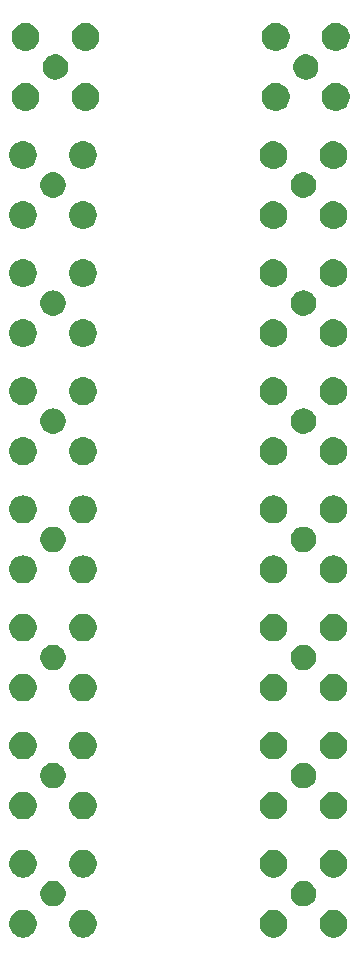
<source format=gbs>
G04 #@! TF.GenerationSoftware,KiCad,Pcbnew,(5.1.5-0)*
G04 #@! TF.CreationDate,2021-01-12T12:07:42-07:00*
G04 #@! TF.ProjectId,pmos_board,706d6f73-5f62-46f6-9172-642e6b696361,rev?*
G04 #@! TF.SameCoordinates,Original*
G04 #@! TF.FileFunction,Soldermask,Bot*
G04 #@! TF.FilePolarity,Negative*
%FSLAX46Y46*%
G04 Gerber Fmt 4.6, Leading zero omitted, Abs format (unit mm)*
G04 Created by KiCad (PCBNEW (5.1.5-0)) date 2021-01-12 12:07:42*
%MOMM*%
%LPD*%
G04 APERTURE LIST*
%ADD10C,0.100000*%
G04 APERTURE END LIST*
D10*
G36*
X148231560Y-146379064D02*
G01*
X148383027Y-146409193D01*
X148597045Y-146497842D01*
X148597046Y-146497843D01*
X148789654Y-146626539D01*
X148953461Y-146790346D01*
X149039258Y-146918751D01*
X149082158Y-146982955D01*
X149170807Y-147196973D01*
X149216000Y-147424174D01*
X149216000Y-147655826D01*
X149170807Y-147883027D01*
X149082158Y-148097045D01*
X149082157Y-148097046D01*
X148953461Y-148289654D01*
X148789654Y-148453461D01*
X148661249Y-148539258D01*
X148597045Y-148582158D01*
X148383027Y-148670807D01*
X148231560Y-148700936D01*
X148155827Y-148716000D01*
X147924173Y-148716000D01*
X147848440Y-148700936D01*
X147696973Y-148670807D01*
X147482955Y-148582158D01*
X147418751Y-148539258D01*
X147290346Y-148453461D01*
X147126539Y-148289654D01*
X146997843Y-148097046D01*
X146997842Y-148097045D01*
X146909193Y-147883027D01*
X146864000Y-147655826D01*
X146864000Y-147424174D01*
X146909193Y-147196973D01*
X146997842Y-146982955D01*
X147040742Y-146918751D01*
X147126539Y-146790346D01*
X147290346Y-146626539D01*
X147482954Y-146497843D01*
X147482955Y-146497842D01*
X147696973Y-146409193D01*
X147848440Y-146379064D01*
X147924173Y-146364000D01*
X148155827Y-146364000D01*
X148231560Y-146379064D01*
G37*
G36*
X143151560Y-146379064D02*
G01*
X143303027Y-146409193D01*
X143517045Y-146497842D01*
X143517046Y-146497843D01*
X143709654Y-146626539D01*
X143873461Y-146790346D01*
X143959258Y-146918751D01*
X144002158Y-146982955D01*
X144090807Y-147196973D01*
X144136000Y-147424174D01*
X144136000Y-147655826D01*
X144090807Y-147883027D01*
X144002158Y-148097045D01*
X144002157Y-148097046D01*
X143873461Y-148289654D01*
X143709654Y-148453461D01*
X143581249Y-148539258D01*
X143517045Y-148582158D01*
X143303027Y-148670807D01*
X143151560Y-148700936D01*
X143075827Y-148716000D01*
X142844173Y-148716000D01*
X142768440Y-148700936D01*
X142616973Y-148670807D01*
X142402955Y-148582158D01*
X142338751Y-148539258D01*
X142210346Y-148453461D01*
X142046539Y-148289654D01*
X141917843Y-148097046D01*
X141917842Y-148097045D01*
X141829193Y-147883027D01*
X141784000Y-147655826D01*
X141784000Y-147424174D01*
X141829193Y-147196973D01*
X141917842Y-146982955D01*
X141960742Y-146918751D01*
X142046539Y-146790346D01*
X142210346Y-146626539D01*
X142402954Y-146497843D01*
X142402955Y-146497842D01*
X142616973Y-146409193D01*
X142768440Y-146379064D01*
X142844173Y-146364000D01*
X143075827Y-146364000D01*
X143151560Y-146379064D01*
G37*
G36*
X127031560Y-146379064D02*
G01*
X127183027Y-146409193D01*
X127397045Y-146497842D01*
X127397046Y-146497843D01*
X127589654Y-146626539D01*
X127753461Y-146790346D01*
X127839258Y-146918751D01*
X127882158Y-146982955D01*
X127970807Y-147196973D01*
X128016000Y-147424174D01*
X128016000Y-147655826D01*
X127970807Y-147883027D01*
X127882158Y-148097045D01*
X127882157Y-148097046D01*
X127753461Y-148289654D01*
X127589654Y-148453461D01*
X127461249Y-148539258D01*
X127397045Y-148582158D01*
X127183027Y-148670807D01*
X127031560Y-148700936D01*
X126955827Y-148716000D01*
X126724173Y-148716000D01*
X126648440Y-148700936D01*
X126496973Y-148670807D01*
X126282955Y-148582158D01*
X126218751Y-148539258D01*
X126090346Y-148453461D01*
X125926539Y-148289654D01*
X125797843Y-148097046D01*
X125797842Y-148097045D01*
X125709193Y-147883027D01*
X125664000Y-147655826D01*
X125664000Y-147424174D01*
X125709193Y-147196973D01*
X125797842Y-146982955D01*
X125840742Y-146918751D01*
X125926539Y-146790346D01*
X126090346Y-146626539D01*
X126282954Y-146497843D01*
X126282955Y-146497842D01*
X126496973Y-146409193D01*
X126648440Y-146379064D01*
X126724173Y-146364000D01*
X126955827Y-146364000D01*
X127031560Y-146379064D01*
G37*
G36*
X121951560Y-146379064D02*
G01*
X122103027Y-146409193D01*
X122317045Y-146497842D01*
X122317046Y-146497843D01*
X122509654Y-146626539D01*
X122673461Y-146790346D01*
X122759258Y-146918751D01*
X122802158Y-146982955D01*
X122890807Y-147196973D01*
X122936000Y-147424174D01*
X122936000Y-147655826D01*
X122890807Y-147883027D01*
X122802158Y-148097045D01*
X122802157Y-148097046D01*
X122673461Y-148289654D01*
X122509654Y-148453461D01*
X122381249Y-148539258D01*
X122317045Y-148582158D01*
X122103027Y-148670807D01*
X121951560Y-148700936D01*
X121875827Y-148716000D01*
X121644173Y-148716000D01*
X121568440Y-148700936D01*
X121416973Y-148670807D01*
X121202955Y-148582158D01*
X121138751Y-148539258D01*
X121010346Y-148453461D01*
X120846539Y-148289654D01*
X120717843Y-148097046D01*
X120717842Y-148097045D01*
X120629193Y-147883027D01*
X120584000Y-147655826D01*
X120584000Y-147424174D01*
X120629193Y-147196973D01*
X120717842Y-146982955D01*
X120760742Y-146918751D01*
X120846539Y-146790346D01*
X121010346Y-146626539D01*
X121202954Y-146497843D01*
X121202955Y-146497842D01*
X121416973Y-146409193D01*
X121568440Y-146379064D01*
X121644173Y-146364000D01*
X121875827Y-146364000D01*
X121951560Y-146379064D01*
G37*
G36*
X145675271Y-143937783D02*
G01*
X145813858Y-143965350D01*
X146009677Y-144046461D01*
X146185910Y-144164216D01*
X146335784Y-144314090D01*
X146453539Y-144490323D01*
X146534650Y-144686142D01*
X146576000Y-144894023D01*
X146576000Y-145105977D01*
X146534650Y-145313858D01*
X146453539Y-145509677D01*
X146335784Y-145685910D01*
X146185910Y-145835784D01*
X146009677Y-145953539D01*
X145813858Y-146034650D01*
X145675271Y-146062217D01*
X145605978Y-146076000D01*
X145394022Y-146076000D01*
X145324729Y-146062217D01*
X145186142Y-146034650D01*
X144990323Y-145953539D01*
X144814090Y-145835784D01*
X144664216Y-145685910D01*
X144546461Y-145509677D01*
X144465350Y-145313858D01*
X144424000Y-145105977D01*
X144424000Y-144894023D01*
X144465350Y-144686142D01*
X144546461Y-144490323D01*
X144664216Y-144314090D01*
X144814090Y-144164216D01*
X144990323Y-144046461D01*
X145186142Y-143965350D01*
X145324729Y-143937783D01*
X145394022Y-143924000D01*
X145605978Y-143924000D01*
X145675271Y-143937783D01*
G37*
G36*
X124475271Y-143937783D02*
G01*
X124613858Y-143965350D01*
X124809677Y-144046461D01*
X124985910Y-144164216D01*
X125135784Y-144314090D01*
X125253539Y-144490323D01*
X125334650Y-144686142D01*
X125376000Y-144894023D01*
X125376000Y-145105977D01*
X125334650Y-145313858D01*
X125253539Y-145509677D01*
X125135784Y-145685910D01*
X124985910Y-145835784D01*
X124809677Y-145953539D01*
X124613858Y-146034650D01*
X124475271Y-146062217D01*
X124405978Y-146076000D01*
X124194022Y-146076000D01*
X124124729Y-146062217D01*
X123986142Y-146034650D01*
X123790323Y-145953539D01*
X123614090Y-145835784D01*
X123464216Y-145685910D01*
X123346461Y-145509677D01*
X123265350Y-145313858D01*
X123224000Y-145105977D01*
X123224000Y-144894023D01*
X123265350Y-144686142D01*
X123346461Y-144490323D01*
X123464216Y-144314090D01*
X123614090Y-144164216D01*
X123790323Y-144046461D01*
X123986142Y-143965350D01*
X124124729Y-143937783D01*
X124194022Y-143924000D01*
X124405978Y-143924000D01*
X124475271Y-143937783D01*
G37*
G36*
X127031560Y-141299064D02*
G01*
X127183027Y-141329193D01*
X127397045Y-141417842D01*
X127397046Y-141417843D01*
X127589654Y-141546539D01*
X127753461Y-141710346D01*
X127839258Y-141838751D01*
X127882158Y-141902955D01*
X127970807Y-142116973D01*
X128016000Y-142344174D01*
X128016000Y-142575826D01*
X127970807Y-142803027D01*
X127882158Y-143017045D01*
X127882157Y-143017046D01*
X127753461Y-143209654D01*
X127589654Y-143373461D01*
X127461249Y-143459258D01*
X127397045Y-143502158D01*
X127183027Y-143590807D01*
X127031560Y-143620936D01*
X126955827Y-143636000D01*
X126724173Y-143636000D01*
X126648440Y-143620936D01*
X126496973Y-143590807D01*
X126282955Y-143502158D01*
X126218751Y-143459258D01*
X126090346Y-143373461D01*
X125926539Y-143209654D01*
X125797843Y-143017046D01*
X125797842Y-143017045D01*
X125709193Y-142803027D01*
X125664000Y-142575826D01*
X125664000Y-142344174D01*
X125709193Y-142116973D01*
X125797842Y-141902955D01*
X125840742Y-141838751D01*
X125926539Y-141710346D01*
X126090346Y-141546539D01*
X126282954Y-141417843D01*
X126282955Y-141417842D01*
X126496973Y-141329193D01*
X126648440Y-141299064D01*
X126724173Y-141284000D01*
X126955827Y-141284000D01*
X127031560Y-141299064D01*
G37*
G36*
X121951560Y-141299064D02*
G01*
X122103027Y-141329193D01*
X122317045Y-141417842D01*
X122317046Y-141417843D01*
X122509654Y-141546539D01*
X122673461Y-141710346D01*
X122759258Y-141838751D01*
X122802158Y-141902955D01*
X122890807Y-142116973D01*
X122936000Y-142344174D01*
X122936000Y-142575826D01*
X122890807Y-142803027D01*
X122802158Y-143017045D01*
X122802157Y-143017046D01*
X122673461Y-143209654D01*
X122509654Y-143373461D01*
X122381249Y-143459258D01*
X122317045Y-143502158D01*
X122103027Y-143590807D01*
X121951560Y-143620936D01*
X121875827Y-143636000D01*
X121644173Y-143636000D01*
X121568440Y-143620936D01*
X121416973Y-143590807D01*
X121202955Y-143502158D01*
X121138751Y-143459258D01*
X121010346Y-143373461D01*
X120846539Y-143209654D01*
X120717843Y-143017046D01*
X120717842Y-143017045D01*
X120629193Y-142803027D01*
X120584000Y-142575826D01*
X120584000Y-142344174D01*
X120629193Y-142116973D01*
X120717842Y-141902955D01*
X120760742Y-141838751D01*
X120846539Y-141710346D01*
X121010346Y-141546539D01*
X121202954Y-141417843D01*
X121202955Y-141417842D01*
X121416973Y-141329193D01*
X121568440Y-141299064D01*
X121644173Y-141284000D01*
X121875827Y-141284000D01*
X121951560Y-141299064D01*
G37*
G36*
X148231560Y-141299064D02*
G01*
X148383027Y-141329193D01*
X148597045Y-141417842D01*
X148597046Y-141417843D01*
X148789654Y-141546539D01*
X148953461Y-141710346D01*
X149039258Y-141838751D01*
X149082158Y-141902955D01*
X149170807Y-142116973D01*
X149216000Y-142344174D01*
X149216000Y-142575826D01*
X149170807Y-142803027D01*
X149082158Y-143017045D01*
X149082157Y-143017046D01*
X148953461Y-143209654D01*
X148789654Y-143373461D01*
X148661249Y-143459258D01*
X148597045Y-143502158D01*
X148383027Y-143590807D01*
X148231560Y-143620936D01*
X148155827Y-143636000D01*
X147924173Y-143636000D01*
X147848440Y-143620936D01*
X147696973Y-143590807D01*
X147482955Y-143502158D01*
X147418751Y-143459258D01*
X147290346Y-143373461D01*
X147126539Y-143209654D01*
X146997843Y-143017046D01*
X146997842Y-143017045D01*
X146909193Y-142803027D01*
X146864000Y-142575826D01*
X146864000Y-142344174D01*
X146909193Y-142116973D01*
X146997842Y-141902955D01*
X147040742Y-141838751D01*
X147126539Y-141710346D01*
X147290346Y-141546539D01*
X147482954Y-141417843D01*
X147482955Y-141417842D01*
X147696973Y-141329193D01*
X147848440Y-141299064D01*
X147924173Y-141284000D01*
X148155827Y-141284000D01*
X148231560Y-141299064D01*
G37*
G36*
X143151560Y-141299064D02*
G01*
X143303027Y-141329193D01*
X143517045Y-141417842D01*
X143517046Y-141417843D01*
X143709654Y-141546539D01*
X143873461Y-141710346D01*
X143959258Y-141838751D01*
X144002158Y-141902955D01*
X144090807Y-142116973D01*
X144136000Y-142344174D01*
X144136000Y-142575826D01*
X144090807Y-142803027D01*
X144002158Y-143017045D01*
X144002157Y-143017046D01*
X143873461Y-143209654D01*
X143709654Y-143373461D01*
X143581249Y-143459258D01*
X143517045Y-143502158D01*
X143303027Y-143590807D01*
X143151560Y-143620936D01*
X143075827Y-143636000D01*
X142844173Y-143636000D01*
X142768440Y-143620936D01*
X142616973Y-143590807D01*
X142402955Y-143502158D01*
X142338751Y-143459258D01*
X142210346Y-143373461D01*
X142046539Y-143209654D01*
X141917843Y-143017046D01*
X141917842Y-143017045D01*
X141829193Y-142803027D01*
X141784000Y-142575826D01*
X141784000Y-142344174D01*
X141829193Y-142116973D01*
X141917842Y-141902955D01*
X141960742Y-141838751D01*
X142046539Y-141710346D01*
X142210346Y-141546539D01*
X142402954Y-141417843D01*
X142402955Y-141417842D01*
X142616973Y-141329193D01*
X142768440Y-141299064D01*
X142844173Y-141284000D01*
X143075827Y-141284000D01*
X143151560Y-141299064D01*
G37*
G36*
X121951560Y-136379064D02*
G01*
X122103027Y-136409193D01*
X122317045Y-136497842D01*
X122317046Y-136497843D01*
X122509654Y-136626539D01*
X122673461Y-136790346D01*
X122759258Y-136918751D01*
X122802158Y-136982955D01*
X122890807Y-137196973D01*
X122936000Y-137424174D01*
X122936000Y-137655826D01*
X122890807Y-137883027D01*
X122802158Y-138097045D01*
X122802157Y-138097046D01*
X122673461Y-138289654D01*
X122509654Y-138453461D01*
X122381249Y-138539258D01*
X122317045Y-138582158D01*
X122103027Y-138670807D01*
X121951560Y-138700936D01*
X121875827Y-138716000D01*
X121644173Y-138716000D01*
X121568440Y-138700936D01*
X121416973Y-138670807D01*
X121202955Y-138582158D01*
X121138751Y-138539258D01*
X121010346Y-138453461D01*
X120846539Y-138289654D01*
X120717843Y-138097046D01*
X120717842Y-138097045D01*
X120629193Y-137883027D01*
X120584000Y-137655826D01*
X120584000Y-137424174D01*
X120629193Y-137196973D01*
X120717842Y-136982955D01*
X120760742Y-136918751D01*
X120846539Y-136790346D01*
X121010346Y-136626539D01*
X121202954Y-136497843D01*
X121202955Y-136497842D01*
X121416973Y-136409193D01*
X121568440Y-136379064D01*
X121644173Y-136364000D01*
X121875827Y-136364000D01*
X121951560Y-136379064D01*
G37*
G36*
X148231560Y-136379064D02*
G01*
X148383027Y-136409193D01*
X148597045Y-136497842D01*
X148597046Y-136497843D01*
X148789654Y-136626539D01*
X148953461Y-136790346D01*
X149039258Y-136918751D01*
X149082158Y-136982955D01*
X149170807Y-137196973D01*
X149216000Y-137424174D01*
X149216000Y-137655826D01*
X149170807Y-137883027D01*
X149082158Y-138097045D01*
X149082157Y-138097046D01*
X148953461Y-138289654D01*
X148789654Y-138453461D01*
X148661249Y-138539258D01*
X148597045Y-138582158D01*
X148383027Y-138670807D01*
X148231560Y-138700936D01*
X148155827Y-138716000D01*
X147924173Y-138716000D01*
X147848440Y-138700936D01*
X147696973Y-138670807D01*
X147482955Y-138582158D01*
X147418751Y-138539258D01*
X147290346Y-138453461D01*
X147126539Y-138289654D01*
X146997843Y-138097046D01*
X146997842Y-138097045D01*
X146909193Y-137883027D01*
X146864000Y-137655826D01*
X146864000Y-137424174D01*
X146909193Y-137196973D01*
X146997842Y-136982955D01*
X147040742Y-136918751D01*
X147126539Y-136790346D01*
X147290346Y-136626539D01*
X147482954Y-136497843D01*
X147482955Y-136497842D01*
X147696973Y-136409193D01*
X147848440Y-136379064D01*
X147924173Y-136364000D01*
X148155827Y-136364000D01*
X148231560Y-136379064D01*
G37*
G36*
X127031560Y-136379064D02*
G01*
X127183027Y-136409193D01*
X127397045Y-136497842D01*
X127397046Y-136497843D01*
X127589654Y-136626539D01*
X127753461Y-136790346D01*
X127839258Y-136918751D01*
X127882158Y-136982955D01*
X127970807Y-137196973D01*
X128016000Y-137424174D01*
X128016000Y-137655826D01*
X127970807Y-137883027D01*
X127882158Y-138097045D01*
X127882157Y-138097046D01*
X127753461Y-138289654D01*
X127589654Y-138453461D01*
X127461249Y-138539258D01*
X127397045Y-138582158D01*
X127183027Y-138670807D01*
X127031560Y-138700936D01*
X126955827Y-138716000D01*
X126724173Y-138716000D01*
X126648440Y-138700936D01*
X126496973Y-138670807D01*
X126282955Y-138582158D01*
X126218751Y-138539258D01*
X126090346Y-138453461D01*
X125926539Y-138289654D01*
X125797843Y-138097046D01*
X125797842Y-138097045D01*
X125709193Y-137883027D01*
X125664000Y-137655826D01*
X125664000Y-137424174D01*
X125709193Y-137196973D01*
X125797842Y-136982955D01*
X125840742Y-136918751D01*
X125926539Y-136790346D01*
X126090346Y-136626539D01*
X126282954Y-136497843D01*
X126282955Y-136497842D01*
X126496973Y-136409193D01*
X126648440Y-136379064D01*
X126724173Y-136364000D01*
X126955827Y-136364000D01*
X127031560Y-136379064D01*
G37*
G36*
X143151560Y-136379064D02*
G01*
X143303027Y-136409193D01*
X143517045Y-136497842D01*
X143517046Y-136497843D01*
X143709654Y-136626539D01*
X143873461Y-136790346D01*
X143959258Y-136918751D01*
X144002158Y-136982955D01*
X144090807Y-137196973D01*
X144136000Y-137424174D01*
X144136000Y-137655826D01*
X144090807Y-137883027D01*
X144002158Y-138097045D01*
X144002157Y-138097046D01*
X143873461Y-138289654D01*
X143709654Y-138453461D01*
X143581249Y-138539258D01*
X143517045Y-138582158D01*
X143303027Y-138670807D01*
X143151560Y-138700936D01*
X143075827Y-138716000D01*
X142844173Y-138716000D01*
X142768440Y-138700936D01*
X142616973Y-138670807D01*
X142402955Y-138582158D01*
X142338751Y-138539258D01*
X142210346Y-138453461D01*
X142046539Y-138289654D01*
X141917843Y-138097046D01*
X141917842Y-138097045D01*
X141829193Y-137883027D01*
X141784000Y-137655826D01*
X141784000Y-137424174D01*
X141829193Y-137196973D01*
X141917842Y-136982955D01*
X141960742Y-136918751D01*
X142046539Y-136790346D01*
X142210346Y-136626539D01*
X142402954Y-136497843D01*
X142402955Y-136497842D01*
X142616973Y-136409193D01*
X142768440Y-136379064D01*
X142844173Y-136364000D01*
X143075827Y-136364000D01*
X143151560Y-136379064D01*
G37*
G36*
X124475271Y-133937783D02*
G01*
X124613858Y-133965350D01*
X124809677Y-134046461D01*
X124985910Y-134164216D01*
X125135784Y-134314090D01*
X125253539Y-134490323D01*
X125334650Y-134686142D01*
X125376000Y-134894023D01*
X125376000Y-135105977D01*
X125334650Y-135313858D01*
X125253539Y-135509677D01*
X125135784Y-135685910D01*
X124985910Y-135835784D01*
X124809677Y-135953539D01*
X124613858Y-136034650D01*
X124475271Y-136062217D01*
X124405978Y-136076000D01*
X124194022Y-136076000D01*
X124124729Y-136062217D01*
X123986142Y-136034650D01*
X123790323Y-135953539D01*
X123614090Y-135835784D01*
X123464216Y-135685910D01*
X123346461Y-135509677D01*
X123265350Y-135313858D01*
X123224000Y-135105977D01*
X123224000Y-134894023D01*
X123265350Y-134686142D01*
X123346461Y-134490323D01*
X123464216Y-134314090D01*
X123614090Y-134164216D01*
X123790323Y-134046461D01*
X123986142Y-133965350D01*
X124124729Y-133937783D01*
X124194022Y-133924000D01*
X124405978Y-133924000D01*
X124475271Y-133937783D01*
G37*
G36*
X145675271Y-133937783D02*
G01*
X145813858Y-133965350D01*
X146009677Y-134046461D01*
X146185910Y-134164216D01*
X146335784Y-134314090D01*
X146453539Y-134490323D01*
X146534650Y-134686142D01*
X146576000Y-134894023D01*
X146576000Y-135105977D01*
X146534650Y-135313858D01*
X146453539Y-135509677D01*
X146335784Y-135685910D01*
X146185910Y-135835784D01*
X146009677Y-135953539D01*
X145813858Y-136034650D01*
X145675271Y-136062217D01*
X145605978Y-136076000D01*
X145394022Y-136076000D01*
X145324729Y-136062217D01*
X145186142Y-136034650D01*
X144990323Y-135953539D01*
X144814090Y-135835784D01*
X144664216Y-135685910D01*
X144546461Y-135509677D01*
X144465350Y-135313858D01*
X144424000Y-135105977D01*
X144424000Y-134894023D01*
X144465350Y-134686142D01*
X144546461Y-134490323D01*
X144664216Y-134314090D01*
X144814090Y-134164216D01*
X144990323Y-134046461D01*
X145186142Y-133965350D01*
X145324729Y-133937783D01*
X145394022Y-133924000D01*
X145605978Y-133924000D01*
X145675271Y-133937783D01*
G37*
G36*
X127031560Y-131299064D02*
G01*
X127183027Y-131329193D01*
X127397045Y-131417842D01*
X127397046Y-131417843D01*
X127589654Y-131546539D01*
X127753461Y-131710346D01*
X127839258Y-131838751D01*
X127882158Y-131902955D01*
X127970807Y-132116973D01*
X128016000Y-132344174D01*
X128016000Y-132575826D01*
X127970807Y-132803027D01*
X127882158Y-133017045D01*
X127882157Y-133017046D01*
X127753461Y-133209654D01*
X127589654Y-133373461D01*
X127461249Y-133459258D01*
X127397045Y-133502158D01*
X127183027Y-133590807D01*
X127031560Y-133620936D01*
X126955827Y-133636000D01*
X126724173Y-133636000D01*
X126648440Y-133620936D01*
X126496973Y-133590807D01*
X126282955Y-133502158D01*
X126218751Y-133459258D01*
X126090346Y-133373461D01*
X125926539Y-133209654D01*
X125797843Y-133017046D01*
X125797842Y-133017045D01*
X125709193Y-132803027D01*
X125664000Y-132575826D01*
X125664000Y-132344174D01*
X125709193Y-132116973D01*
X125797842Y-131902955D01*
X125840742Y-131838751D01*
X125926539Y-131710346D01*
X126090346Y-131546539D01*
X126282954Y-131417843D01*
X126282955Y-131417842D01*
X126496973Y-131329193D01*
X126648440Y-131299064D01*
X126724173Y-131284000D01*
X126955827Y-131284000D01*
X127031560Y-131299064D01*
G37*
G36*
X121951560Y-131299064D02*
G01*
X122103027Y-131329193D01*
X122317045Y-131417842D01*
X122317046Y-131417843D01*
X122509654Y-131546539D01*
X122673461Y-131710346D01*
X122759258Y-131838751D01*
X122802158Y-131902955D01*
X122890807Y-132116973D01*
X122936000Y-132344174D01*
X122936000Y-132575826D01*
X122890807Y-132803027D01*
X122802158Y-133017045D01*
X122802157Y-133017046D01*
X122673461Y-133209654D01*
X122509654Y-133373461D01*
X122381249Y-133459258D01*
X122317045Y-133502158D01*
X122103027Y-133590807D01*
X121951560Y-133620936D01*
X121875827Y-133636000D01*
X121644173Y-133636000D01*
X121568440Y-133620936D01*
X121416973Y-133590807D01*
X121202955Y-133502158D01*
X121138751Y-133459258D01*
X121010346Y-133373461D01*
X120846539Y-133209654D01*
X120717843Y-133017046D01*
X120717842Y-133017045D01*
X120629193Y-132803027D01*
X120584000Y-132575826D01*
X120584000Y-132344174D01*
X120629193Y-132116973D01*
X120717842Y-131902955D01*
X120760742Y-131838751D01*
X120846539Y-131710346D01*
X121010346Y-131546539D01*
X121202954Y-131417843D01*
X121202955Y-131417842D01*
X121416973Y-131329193D01*
X121568440Y-131299064D01*
X121644173Y-131284000D01*
X121875827Y-131284000D01*
X121951560Y-131299064D01*
G37*
G36*
X148231560Y-131299064D02*
G01*
X148383027Y-131329193D01*
X148597045Y-131417842D01*
X148597046Y-131417843D01*
X148789654Y-131546539D01*
X148953461Y-131710346D01*
X149039258Y-131838751D01*
X149082158Y-131902955D01*
X149170807Y-132116973D01*
X149216000Y-132344174D01*
X149216000Y-132575826D01*
X149170807Y-132803027D01*
X149082158Y-133017045D01*
X149082157Y-133017046D01*
X148953461Y-133209654D01*
X148789654Y-133373461D01*
X148661249Y-133459258D01*
X148597045Y-133502158D01*
X148383027Y-133590807D01*
X148231560Y-133620936D01*
X148155827Y-133636000D01*
X147924173Y-133636000D01*
X147848440Y-133620936D01*
X147696973Y-133590807D01*
X147482955Y-133502158D01*
X147418751Y-133459258D01*
X147290346Y-133373461D01*
X147126539Y-133209654D01*
X146997843Y-133017046D01*
X146997842Y-133017045D01*
X146909193Y-132803027D01*
X146864000Y-132575826D01*
X146864000Y-132344174D01*
X146909193Y-132116973D01*
X146997842Y-131902955D01*
X147040742Y-131838751D01*
X147126539Y-131710346D01*
X147290346Y-131546539D01*
X147482954Y-131417843D01*
X147482955Y-131417842D01*
X147696973Y-131329193D01*
X147848440Y-131299064D01*
X147924173Y-131284000D01*
X148155827Y-131284000D01*
X148231560Y-131299064D01*
G37*
G36*
X143151560Y-131299064D02*
G01*
X143303027Y-131329193D01*
X143517045Y-131417842D01*
X143517046Y-131417843D01*
X143709654Y-131546539D01*
X143873461Y-131710346D01*
X143959258Y-131838751D01*
X144002158Y-131902955D01*
X144090807Y-132116973D01*
X144136000Y-132344174D01*
X144136000Y-132575826D01*
X144090807Y-132803027D01*
X144002158Y-133017045D01*
X144002157Y-133017046D01*
X143873461Y-133209654D01*
X143709654Y-133373461D01*
X143581249Y-133459258D01*
X143517045Y-133502158D01*
X143303027Y-133590807D01*
X143151560Y-133620936D01*
X143075827Y-133636000D01*
X142844173Y-133636000D01*
X142768440Y-133620936D01*
X142616973Y-133590807D01*
X142402955Y-133502158D01*
X142338751Y-133459258D01*
X142210346Y-133373461D01*
X142046539Y-133209654D01*
X141917843Y-133017046D01*
X141917842Y-133017045D01*
X141829193Y-132803027D01*
X141784000Y-132575826D01*
X141784000Y-132344174D01*
X141829193Y-132116973D01*
X141917842Y-131902955D01*
X141960742Y-131838751D01*
X142046539Y-131710346D01*
X142210346Y-131546539D01*
X142402954Y-131417843D01*
X142402955Y-131417842D01*
X142616973Y-131329193D01*
X142768440Y-131299064D01*
X142844173Y-131284000D01*
X143075827Y-131284000D01*
X143151560Y-131299064D01*
G37*
G36*
X143151560Y-126379064D02*
G01*
X143303027Y-126409193D01*
X143517045Y-126497842D01*
X143517046Y-126497843D01*
X143709654Y-126626539D01*
X143873461Y-126790346D01*
X143959258Y-126918751D01*
X144002158Y-126982955D01*
X144090807Y-127196973D01*
X144136000Y-127424174D01*
X144136000Y-127655826D01*
X144090807Y-127883027D01*
X144002158Y-128097045D01*
X144002157Y-128097046D01*
X143873461Y-128289654D01*
X143709654Y-128453461D01*
X143581249Y-128539258D01*
X143517045Y-128582158D01*
X143303027Y-128670807D01*
X143151560Y-128700936D01*
X143075827Y-128716000D01*
X142844173Y-128716000D01*
X142768440Y-128700936D01*
X142616973Y-128670807D01*
X142402955Y-128582158D01*
X142338751Y-128539258D01*
X142210346Y-128453461D01*
X142046539Y-128289654D01*
X141917843Y-128097046D01*
X141917842Y-128097045D01*
X141829193Y-127883027D01*
X141784000Y-127655826D01*
X141784000Y-127424174D01*
X141829193Y-127196973D01*
X141917842Y-126982955D01*
X141960742Y-126918751D01*
X142046539Y-126790346D01*
X142210346Y-126626539D01*
X142402954Y-126497843D01*
X142402955Y-126497842D01*
X142616973Y-126409193D01*
X142768440Y-126379064D01*
X142844173Y-126364000D01*
X143075827Y-126364000D01*
X143151560Y-126379064D01*
G37*
G36*
X148231560Y-126379064D02*
G01*
X148383027Y-126409193D01*
X148597045Y-126497842D01*
X148597046Y-126497843D01*
X148789654Y-126626539D01*
X148953461Y-126790346D01*
X149039258Y-126918751D01*
X149082158Y-126982955D01*
X149170807Y-127196973D01*
X149216000Y-127424174D01*
X149216000Y-127655826D01*
X149170807Y-127883027D01*
X149082158Y-128097045D01*
X149082157Y-128097046D01*
X148953461Y-128289654D01*
X148789654Y-128453461D01*
X148661249Y-128539258D01*
X148597045Y-128582158D01*
X148383027Y-128670807D01*
X148231560Y-128700936D01*
X148155827Y-128716000D01*
X147924173Y-128716000D01*
X147848440Y-128700936D01*
X147696973Y-128670807D01*
X147482955Y-128582158D01*
X147418751Y-128539258D01*
X147290346Y-128453461D01*
X147126539Y-128289654D01*
X146997843Y-128097046D01*
X146997842Y-128097045D01*
X146909193Y-127883027D01*
X146864000Y-127655826D01*
X146864000Y-127424174D01*
X146909193Y-127196973D01*
X146997842Y-126982955D01*
X147040742Y-126918751D01*
X147126539Y-126790346D01*
X147290346Y-126626539D01*
X147482954Y-126497843D01*
X147482955Y-126497842D01*
X147696973Y-126409193D01*
X147848440Y-126379064D01*
X147924173Y-126364000D01*
X148155827Y-126364000D01*
X148231560Y-126379064D01*
G37*
G36*
X121951560Y-126379064D02*
G01*
X122103027Y-126409193D01*
X122317045Y-126497842D01*
X122317046Y-126497843D01*
X122509654Y-126626539D01*
X122673461Y-126790346D01*
X122759258Y-126918751D01*
X122802158Y-126982955D01*
X122890807Y-127196973D01*
X122936000Y-127424174D01*
X122936000Y-127655826D01*
X122890807Y-127883027D01*
X122802158Y-128097045D01*
X122802157Y-128097046D01*
X122673461Y-128289654D01*
X122509654Y-128453461D01*
X122381249Y-128539258D01*
X122317045Y-128582158D01*
X122103027Y-128670807D01*
X121951560Y-128700936D01*
X121875827Y-128716000D01*
X121644173Y-128716000D01*
X121568440Y-128700936D01*
X121416973Y-128670807D01*
X121202955Y-128582158D01*
X121138751Y-128539258D01*
X121010346Y-128453461D01*
X120846539Y-128289654D01*
X120717843Y-128097046D01*
X120717842Y-128097045D01*
X120629193Y-127883027D01*
X120584000Y-127655826D01*
X120584000Y-127424174D01*
X120629193Y-127196973D01*
X120717842Y-126982955D01*
X120760742Y-126918751D01*
X120846539Y-126790346D01*
X121010346Y-126626539D01*
X121202954Y-126497843D01*
X121202955Y-126497842D01*
X121416973Y-126409193D01*
X121568440Y-126379064D01*
X121644173Y-126364000D01*
X121875827Y-126364000D01*
X121951560Y-126379064D01*
G37*
G36*
X127031560Y-126379064D02*
G01*
X127183027Y-126409193D01*
X127397045Y-126497842D01*
X127397046Y-126497843D01*
X127589654Y-126626539D01*
X127753461Y-126790346D01*
X127839258Y-126918751D01*
X127882158Y-126982955D01*
X127970807Y-127196973D01*
X128016000Y-127424174D01*
X128016000Y-127655826D01*
X127970807Y-127883027D01*
X127882158Y-128097045D01*
X127882157Y-128097046D01*
X127753461Y-128289654D01*
X127589654Y-128453461D01*
X127461249Y-128539258D01*
X127397045Y-128582158D01*
X127183027Y-128670807D01*
X127031560Y-128700936D01*
X126955827Y-128716000D01*
X126724173Y-128716000D01*
X126648440Y-128700936D01*
X126496973Y-128670807D01*
X126282955Y-128582158D01*
X126218751Y-128539258D01*
X126090346Y-128453461D01*
X125926539Y-128289654D01*
X125797843Y-128097046D01*
X125797842Y-128097045D01*
X125709193Y-127883027D01*
X125664000Y-127655826D01*
X125664000Y-127424174D01*
X125709193Y-127196973D01*
X125797842Y-126982955D01*
X125840742Y-126918751D01*
X125926539Y-126790346D01*
X126090346Y-126626539D01*
X126282954Y-126497843D01*
X126282955Y-126497842D01*
X126496973Y-126409193D01*
X126648440Y-126379064D01*
X126724173Y-126364000D01*
X126955827Y-126364000D01*
X127031560Y-126379064D01*
G37*
G36*
X124475271Y-123937783D02*
G01*
X124613858Y-123965350D01*
X124809677Y-124046461D01*
X124985910Y-124164216D01*
X125135784Y-124314090D01*
X125253539Y-124490323D01*
X125334650Y-124686142D01*
X125376000Y-124894023D01*
X125376000Y-125105977D01*
X125334650Y-125313858D01*
X125253539Y-125509677D01*
X125135784Y-125685910D01*
X124985910Y-125835784D01*
X124809677Y-125953539D01*
X124613858Y-126034650D01*
X124475271Y-126062217D01*
X124405978Y-126076000D01*
X124194022Y-126076000D01*
X124124729Y-126062217D01*
X123986142Y-126034650D01*
X123790323Y-125953539D01*
X123614090Y-125835784D01*
X123464216Y-125685910D01*
X123346461Y-125509677D01*
X123265350Y-125313858D01*
X123224000Y-125105977D01*
X123224000Y-124894023D01*
X123265350Y-124686142D01*
X123346461Y-124490323D01*
X123464216Y-124314090D01*
X123614090Y-124164216D01*
X123790323Y-124046461D01*
X123986142Y-123965350D01*
X124124729Y-123937783D01*
X124194022Y-123924000D01*
X124405978Y-123924000D01*
X124475271Y-123937783D01*
G37*
G36*
X145675271Y-123937783D02*
G01*
X145813858Y-123965350D01*
X146009677Y-124046461D01*
X146185910Y-124164216D01*
X146335784Y-124314090D01*
X146453539Y-124490323D01*
X146534650Y-124686142D01*
X146576000Y-124894023D01*
X146576000Y-125105977D01*
X146534650Y-125313858D01*
X146453539Y-125509677D01*
X146335784Y-125685910D01*
X146185910Y-125835784D01*
X146009677Y-125953539D01*
X145813858Y-126034650D01*
X145675271Y-126062217D01*
X145605978Y-126076000D01*
X145394022Y-126076000D01*
X145324729Y-126062217D01*
X145186142Y-126034650D01*
X144990323Y-125953539D01*
X144814090Y-125835784D01*
X144664216Y-125685910D01*
X144546461Y-125509677D01*
X144465350Y-125313858D01*
X144424000Y-125105977D01*
X144424000Y-124894023D01*
X144465350Y-124686142D01*
X144546461Y-124490323D01*
X144664216Y-124314090D01*
X144814090Y-124164216D01*
X144990323Y-124046461D01*
X145186142Y-123965350D01*
X145324729Y-123937783D01*
X145394022Y-123924000D01*
X145605978Y-123924000D01*
X145675271Y-123937783D01*
G37*
G36*
X127031560Y-121299064D02*
G01*
X127183027Y-121329193D01*
X127397045Y-121417842D01*
X127397046Y-121417843D01*
X127589654Y-121546539D01*
X127753461Y-121710346D01*
X127839258Y-121838751D01*
X127882158Y-121902955D01*
X127970807Y-122116973D01*
X128016000Y-122344174D01*
X128016000Y-122575826D01*
X127970807Y-122803027D01*
X127882158Y-123017045D01*
X127882157Y-123017046D01*
X127753461Y-123209654D01*
X127589654Y-123373461D01*
X127461249Y-123459258D01*
X127397045Y-123502158D01*
X127183027Y-123590807D01*
X127031560Y-123620936D01*
X126955827Y-123636000D01*
X126724173Y-123636000D01*
X126648440Y-123620936D01*
X126496973Y-123590807D01*
X126282955Y-123502158D01*
X126218751Y-123459258D01*
X126090346Y-123373461D01*
X125926539Y-123209654D01*
X125797843Y-123017046D01*
X125797842Y-123017045D01*
X125709193Y-122803027D01*
X125664000Y-122575826D01*
X125664000Y-122344174D01*
X125709193Y-122116973D01*
X125797842Y-121902955D01*
X125840742Y-121838751D01*
X125926539Y-121710346D01*
X126090346Y-121546539D01*
X126282954Y-121417843D01*
X126282955Y-121417842D01*
X126496973Y-121329193D01*
X126648440Y-121299064D01*
X126724173Y-121284000D01*
X126955827Y-121284000D01*
X127031560Y-121299064D01*
G37*
G36*
X121951560Y-121299064D02*
G01*
X122103027Y-121329193D01*
X122317045Y-121417842D01*
X122317046Y-121417843D01*
X122509654Y-121546539D01*
X122673461Y-121710346D01*
X122759258Y-121838751D01*
X122802158Y-121902955D01*
X122890807Y-122116973D01*
X122936000Y-122344174D01*
X122936000Y-122575826D01*
X122890807Y-122803027D01*
X122802158Y-123017045D01*
X122802157Y-123017046D01*
X122673461Y-123209654D01*
X122509654Y-123373461D01*
X122381249Y-123459258D01*
X122317045Y-123502158D01*
X122103027Y-123590807D01*
X121951560Y-123620936D01*
X121875827Y-123636000D01*
X121644173Y-123636000D01*
X121568440Y-123620936D01*
X121416973Y-123590807D01*
X121202955Y-123502158D01*
X121138751Y-123459258D01*
X121010346Y-123373461D01*
X120846539Y-123209654D01*
X120717843Y-123017046D01*
X120717842Y-123017045D01*
X120629193Y-122803027D01*
X120584000Y-122575826D01*
X120584000Y-122344174D01*
X120629193Y-122116973D01*
X120717842Y-121902955D01*
X120760742Y-121838751D01*
X120846539Y-121710346D01*
X121010346Y-121546539D01*
X121202954Y-121417843D01*
X121202955Y-121417842D01*
X121416973Y-121329193D01*
X121568440Y-121299064D01*
X121644173Y-121284000D01*
X121875827Y-121284000D01*
X121951560Y-121299064D01*
G37*
G36*
X148231560Y-121299064D02*
G01*
X148383027Y-121329193D01*
X148597045Y-121417842D01*
X148597046Y-121417843D01*
X148789654Y-121546539D01*
X148953461Y-121710346D01*
X149039258Y-121838751D01*
X149082158Y-121902955D01*
X149170807Y-122116973D01*
X149216000Y-122344174D01*
X149216000Y-122575826D01*
X149170807Y-122803027D01*
X149082158Y-123017045D01*
X149082157Y-123017046D01*
X148953461Y-123209654D01*
X148789654Y-123373461D01*
X148661249Y-123459258D01*
X148597045Y-123502158D01*
X148383027Y-123590807D01*
X148231560Y-123620936D01*
X148155827Y-123636000D01*
X147924173Y-123636000D01*
X147848440Y-123620936D01*
X147696973Y-123590807D01*
X147482955Y-123502158D01*
X147418751Y-123459258D01*
X147290346Y-123373461D01*
X147126539Y-123209654D01*
X146997843Y-123017046D01*
X146997842Y-123017045D01*
X146909193Y-122803027D01*
X146864000Y-122575826D01*
X146864000Y-122344174D01*
X146909193Y-122116973D01*
X146997842Y-121902955D01*
X147040742Y-121838751D01*
X147126539Y-121710346D01*
X147290346Y-121546539D01*
X147482954Y-121417843D01*
X147482955Y-121417842D01*
X147696973Y-121329193D01*
X147848440Y-121299064D01*
X147924173Y-121284000D01*
X148155827Y-121284000D01*
X148231560Y-121299064D01*
G37*
G36*
X143151560Y-121299064D02*
G01*
X143303027Y-121329193D01*
X143517045Y-121417842D01*
X143517046Y-121417843D01*
X143709654Y-121546539D01*
X143873461Y-121710346D01*
X143959258Y-121838751D01*
X144002158Y-121902955D01*
X144090807Y-122116973D01*
X144136000Y-122344174D01*
X144136000Y-122575826D01*
X144090807Y-122803027D01*
X144002158Y-123017045D01*
X144002157Y-123017046D01*
X143873461Y-123209654D01*
X143709654Y-123373461D01*
X143581249Y-123459258D01*
X143517045Y-123502158D01*
X143303027Y-123590807D01*
X143151560Y-123620936D01*
X143075827Y-123636000D01*
X142844173Y-123636000D01*
X142768440Y-123620936D01*
X142616973Y-123590807D01*
X142402955Y-123502158D01*
X142338751Y-123459258D01*
X142210346Y-123373461D01*
X142046539Y-123209654D01*
X141917843Y-123017046D01*
X141917842Y-123017045D01*
X141829193Y-122803027D01*
X141784000Y-122575826D01*
X141784000Y-122344174D01*
X141829193Y-122116973D01*
X141917842Y-121902955D01*
X141960742Y-121838751D01*
X142046539Y-121710346D01*
X142210346Y-121546539D01*
X142402954Y-121417843D01*
X142402955Y-121417842D01*
X142616973Y-121329193D01*
X142768440Y-121299064D01*
X142844173Y-121284000D01*
X143075827Y-121284000D01*
X143151560Y-121299064D01*
G37*
G36*
X143151560Y-116379064D02*
G01*
X143303027Y-116409193D01*
X143517045Y-116497842D01*
X143517046Y-116497843D01*
X143709654Y-116626539D01*
X143873461Y-116790346D01*
X143959258Y-116918751D01*
X144002158Y-116982955D01*
X144090807Y-117196973D01*
X144136000Y-117424174D01*
X144136000Y-117655826D01*
X144090807Y-117883027D01*
X144002158Y-118097045D01*
X144002157Y-118097046D01*
X143873461Y-118289654D01*
X143709654Y-118453461D01*
X143581249Y-118539258D01*
X143517045Y-118582158D01*
X143303027Y-118670807D01*
X143151560Y-118700936D01*
X143075827Y-118716000D01*
X142844173Y-118716000D01*
X142768440Y-118700936D01*
X142616973Y-118670807D01*
X142402955Y-118582158D01*
X142338751Y-118539258D01*
X142210346Y-118453461D01*
X142046539Y-118289654D01*
X141917843Y-118097046D01*
X141917842Y-118097045D01*
X141829193Y-117883027D01*
X141784000Y-117655826D01*
X141784000Y-117424174D01*
X141829193Y-117196973D01*
X141917842Y-116982955D01*
X141960742Y-116918751D01*
X142046539Y-116790346D01*
X142210346Y-116626539D01*
X142402954Y-116497843D01*
X142402955Y-116497842D01*
X142616973Y-116409193D01*
X142768440Y-116379064D01*
X142844173Y-116364000D01*
X143075827Y-116364000D01*
X143151560Y-116379064D01*
G37*
G36*
X148231560Y-116379064D02*
G01*
X148383027Y-116409193D01*
X148597045Y-116497842D01*
X148597046Y-116497843D01*
X148789654Y-116626539D01*
X148953461Y-116790346D01*
X149039258Y-116918751D01*
X149082158Y-116982955D01*
X149170807Y-117196973D01*
X149216000Y-117424174D01*
X149216000Y-117655826D01*
X149170807Y-117883027D01*
X149082158Y-118097045D01*
X149082157Y-118097046D01*
X148953461Y-118289654D01*
X148789654Y-118453461D01*
X148661249Y-118539258D01*
X148597045Y-118582158D01*
X148383027Y-118670807D01*
X148231560Y-118700936D01*
X148155827Y-118716000D01*
X147924173Y-118716000D01*
X147848440Y-118700936D01*
X147696973Y-118670807D01*
X147482955Y-118582158D01*
X147418751Y-118539258D01*
X147290346Y-118453461D01*
X147126539Y-118289654D01*
X146997843Y-118097046D01*
X146997842Y-118097045D01*
X146909193Y-117883027D01*
X146864000Y-117655826D01*
X146864000Y-117424174D01*
X146909193Y-117196973D01*
X146997842Y-116982955D01*
X147040742Y-116918751D01*
X147126539Y-116790346D01*
X147290346Y-116626539D01*
X147482954Y-116497843D01*
X147482955Y-116497842D01*
X147696973Y-116409193D01*
X147848440Y-116379064D01*
X147924173Y-116364000D01*
X148155827Y-116364000D01*
X148231560Y-116379064D01*
G37*
G36*
X121951560Y-116379064D02*
G01*
X122103027Y-116409193D01*
X122317045Y-116497842D01*
X122317046Y-116497843D01*
X122509654Y-116626539D01*
X122673461Y-116790346D01*
X122759258Y-116918751D01*
X122802158Y-116982955D01*
X122890807Y-117196973D01*
X122936000Y-117424174D01*
X122936000Y-117655826D01*
X122890807Y-117883027D01*
X122802158Y-118097045D01*
X122802157Y-118097046D01*
X122673461Y-118289654D01*
X122509654Y-118453461D01*
X122381249Y-118539258D01*
X122317045Y-118582158D01*
X122103027Y-118670807D01*
X121951560Y-118700936D01*
X121875827Y-118716000D01*
X121644173Y-118716000D01*
X121568440Y-118700936D01*
X121416973Y-118670807D01*
X121202955Y-118582158D01*
X121138751Y-118539258D01*
X121010346Y-118453461D01*
X120846539Y-118289654D01*
X120717843Y-118097046D01*
X120717842Y-118097045D01*
X120629193Y-117883027D01*
X120584000Y-117655826D01*
X120584000Y-117424174D01*
X120629193Y-117196973D01*
X120717842Y-116982955D01*
X120760742Y-116918751D01*
X120846539Y-116790346D01*
X121010346Y-116626539D01*
X121202954Y-116497843D01*
X121202955Y-116497842D01*
X121416973Y-116409193D01*
X121568440Y-116379064D01*
X121644173Y-116364000D01*
X121875827Y-116364000D01*
X121951560Y-116379064D01*
G37*
G36*
X127031560Y-116379064D02*
G01*
X127183027Y-116409193D01*
X127397045Y-116497842D01*
X127397046Y-116497843D01*
X127589654Y-116626539D01*
X127753461Y-116790346D01*
X127839258Y-116918751D01*
X127882158Y-116982955D01*
X127970807Y-117196973D01*
X128016000Y-117424174D01*
X128016000Y-117655826D01*
X127970807Y-117883027D01*
X127882158Y-118097045D01*
X127882157Y-118097046D01*
X127753461Y-118289654D01*
X127589654Y-118453461D01*
X127461249Y-118539258D01*
X127397045Y-118582158D01*
X127183027Y-118670807D01*
X127031560Y-118700936D01*
X126955827Y-118716000D01*
X126724173Y-118716000D01*
X126648440Y-118700936D01*
X126496973Y-118670807D01*
X126282955Y-118582158D01*
X126218751Y-118539258D01*
X126090346Y-118453461D01*
X125926539Y-118289654D01*
X125797843Y-118097046D01*
X125797842Y-118097045D01*
X125709193Y-117883027D01*
X125664000Y-117655826D01*
X125664000Y-117424174D01*
X125709193Y-117196973D01*
X125797842Y-116982955D01*
X125840742Y-116918751D01*
X125926539Y-116790346D01*
X126090346Y-116626539D01*
X126282954Y-116497843D01*
X126282955Y-116497842D01*
X126496973Y-116409193D01*
X126648440Y-116379064D01*
X126724173Y-116364000D01*
X126955827Y-116364000D01*
X127031560Y-116379064D01*
G37*
G36*
X124475271Y-113937783D02*
G01*
X124613858Y-113965350D01*
X124809677Y-114046461D01*
X124985910Y-114164216D01*
X125135784Y-114314090D01*
X125253539Y-114490323D01*
X125334650Y-114686142D01*
X125376000Y-114894023D01*
X125376000Y-115105977D01*
X125334650Y-115313858D01*
X125253539Y-115509677D01*
X125135784Y-115685910D01*
X124985910Y-115835784D01*
X124809677Y-115953539D01*
X124613858Y-116034650D01*
X124475271Y-116062217D01*
X124405978Y-116076000D01*
X124194022Y-116076000D01*
X124124729Y-116062217D01*
X123986142Y-116034650D01*
X123790323Y-115953539D01*
X123614090Y-115835784D01*
X123464216Y-115685910D01*
X123346461Y-115509677D01*
X123265350Y-115313858D01*
X123224000Y-115105977D01*
X123224000Y-114894023D01*
X123265350Y-114686142D01*
X123346461Y-114490323D01*
X123464216Y-114314090D01*
X123614090Y-114164216D01*
X123790323Y-114046461D01*
X123986142Y-113965350D01*
X124124729Y-113937783D01*
X124194022Y-113924000D01*
X124405978Y-113924000D01*
X124475271Y-113937783D01*
G37*
G36*
X145675271Y-113937783D02*
G01*
X145813858Y-113965350D01*
X146009677Y-114046461D01*
X146185910Y-114164216D01*
X146335784Y-114314090D01*
X146453539Y-114490323D01*
X146534650Y-114686142D01*
X146576000Y-114894023D01*
X146576000Y-115105977D01*
X146534650Y-115313858D01*
X146453539Y-115509677D01*
X146335784Y-115685910D01*
X146185910Y-115835784D01*
X146009677Y-115953539D01*
X145813858Y-116034650D01*
X145675271Y-116062217D01*
X145605978Y-116076000D01*
X145394022Y-116076000D01*
X145324729Y-116062217D01*
X145186142Y-116034650D01*
X144990323Y-115953539D01*
X144814090Y-115835784D01*
X144664216Y-115685910D01*
X144546461Y-115509677D01*
X144465350Y-115313858D01*
X144424000Y-115105977D01*
X144424000Y-114894023D01*
X144465350Y-114686142D01*
X144546461Y-114490323D01*
X144664216Y-114314090D01*
X144814090Y-114164216D01*
X144990323Y-114046461D01*
X145186142Y-113965350D01*
X145324729Y-113937783D01*
X145394022Y-113924000D01*
X145605978Y-113924000D01*
X145675271Y-113937783D01*
G37*
G36*
X148231560Y-111299064D02*
G01*
X148383027Y-111329193D01*
X148597045Y-111417842D01*
X148597046Y-111417843D01*
X148789654Y-111546539D01*
X148953461Y-111710346D01*
X149039258Y-111838751D01*
X149082158Y-111902955D01*
X149170807Y-112116973D01*
X149216000Y-112344174D01*
X149216000Y-112575826D01*
X149170807Y-112803027D01*
X149082158Y-113017045D01*
X149082157Y-113017046D01*
X148953461Y-113209654D01*
X148789654Y-113373461D01*
X148661249Y-113459258D01*
X148597045Y-113502158D01*
X148383027Y-113590807D01*
X148231560Y-113620936D01*
X148155827Y-113636000D01*
X147924173Y-113636000D01*
X147848440Y-113620936D01*
X147696973Y-113590807D01*
X147482955Y-113502158D01*
X147418751Y-113459258D01*
X147290346Y-113373461D01*
X147126539Y-113209654D01*
X146997843Y-113017046D01*
X146997842Y-113017045D01*
X146909193Y-112803027D01*
X146864000Y-112575826D01*
X146864000Y-112344174D01*
X146909193Y-112116973D01*
X146997842Y-111902955D01*
X147040742Y-111838751D01*
X147126539Y-111710346D01*
X147290346Y-111546539D01*
X147482954Y-111417843D01*
X147482955Y-111417842D01*
X147696973Y-111329193D01*
X147848440Y-111299064D01*
X147924173Y-111284000D01*
X148155827Y-111284000D01*
X148231560Y-111299064D01*
G37*
G36*
X127031560Y-111299064D02*
G01*
X127183027Y-111329193D01*
X127397045Y-111417842D01*
X127397046Y-111417843D01*
X127589654Y-111546539D01*
X127753461Y-111710346D01*
X127839258Y-111838751D01*
X127882158Y-111902955D01*
X127970807Y-112116973D01*
X128016000Y-112344174D01*
X128016000Y-112575826D01*
X127970807Y-112803027D01*
X127882158Y-113017045D01*
X127882157Y-113017046D01*
X127753461Y-113209654D01*
X127589654Y-113373461D01*
X127461249Y-113459258D01*
X127397045Y-113502158D01*
X127183027Y-113590807D01*
X127031560Y-113620936D01*
X126955827Y-113636000D01*
X126724173Y-113636000D01*
X126648440Y-113620936D01*
X126496973Y-113590807D01*
X126282955Y-113502158D01*
X126218751Y-113459258D01*
X126090346Y-113373461D01*
X125926539Y-113209654D01*
X125797843Y-113017046D01*
X125797842Y-113017045D01*
X125709193Y-112803027D01*
X125664000Y-112575826D01*
X125664000Y-112344174D01*
X125709193Y-112116973D01*
X125797842Y-111902955D01*
X125840742Y-111838751D01*
X125926539Y-111710346D01*
X126090346Y-111546539D01*
X126282954Y-111417843D01*
X126282955Y-111417842D01*
X126496973Y-111329193D01*
X126648440Y-111299064D01*
X126724173Y-111284000D01*
X126955827Y-111284000D01*
X127031560Y-111299064D01*
G37*
G36*
X121951560Y-111299064D02*
G01*
X122103027Y-111329193D01*
X122317045Y-111417842D01*
X122317046Y-111417843D01*
X122509654Y-111546539D01*
X122673461Y-111710346D01*
X122759258Y-111838751D01*
X122802158Y-111902955D01*
X122890807Y-112116973D01*
X122936000Y-112344174D01*
X122936000Y-112575826D01*
X122890807Y-112803027D01*
X122802158Y-113017045D01*
X122802157Y-113017046D01*
X122673461Y-113209654D01*
X122509654Y-113373461D01*
X122381249Y-113459258D01*
X122317045Y-113502158D01*
X122103027Y-113590807D01*
X121951560Y-113620936D01*
X121875827Y-113636000D01*
X121644173Y-113636000D01*
X121568440Y-113620936D01*
X121416973Y-113590807D01*
X121202955Y-113502158D01*
X121138751Y-113459258D01*
X121010346Y-113373461D01*
X120846539Y-113209654D01*
X120717843Y-113017046D01*
X120717842Y-113017045D01*
X120629193Y-112803027D01*
X120584000Y-112575826D01*
X120584000Y-112344174D01*
X120629193Y-112116973D01*
X120717842Y-111902955D01*
X120760742Y-111838751D01*
X120846539Y-111710346D01*
X121010346Y-111546539D01*
X121202954Y-111417843D01*
X121202955Y-111417842D01*
X121416973Y-111329193D01*
X121568440Y-111299064D01*
X121644173Y-111284000D01*
X121875827Y-111284000D01*
X121951560Y-111299064D01*
G37*
G36*
X143151560Y-111299064D02*
G01*
X143303027Y-111329193D01*
X143517045Y-111417842D01*
X143517046Y-111417843D01*
X143709654Y-111546539D01*
X143873461Y-111710346D01*
X143959258Y-111838751D01*
X144002158Y-111902955D01*
X144090807Y-112116973D01*
X144136000Y-112344174D01*
X144136000Y-112575826D01*
X144090807Y-112803027D01*
X144002158Y-113017045D01*
X144002157Y-113017046D01*
X143873461Y-113209654D01*
X143709654Y-113373461D01*
X143581249Y-113459258D01*
X143517045Y-113502158D01*
X143303027Y-113590807D01*
X143151560Y-113620936D01*
X143075827Y-113636000D01*
X142844173Y-113636000D01*
X142768440Y-113620936D01*
X142616973Y-113590807D01*
X142402955Y-113502158D01*
X142338751Y-113459258D01*
X142210346Y-113373461D01*
X142046539Y-113209654D01*
X141917843Y-113017046D01*
X141917842Y-113017045D01*
X141829193Y-112803027D01*
X141784000Y-112575826D01*
X141784000Y-112344174D01*
X141829193Y-112116973D01*
X141917842Y-111902955D01*
X141960742Y-111838751D01*
X142046539Y-111710346D01*
X142210346Y-111546539D01*
X142402954Y-111417843D01*
X142402955Y-111417842D01*
X142616973Y-111329193D01*
X142768440Y-111299064D01*
X142844173Y-111284000D01*
X143075827Y-111284000D01*
X143151560Y-111299064D01*
G37*
G36*
X143151560Y-106379064D02*
G01*
X143303027Y-106409193D01*
X143517045Y-106497842D01*
X143517046Y-106497843D01*
X143709654Y-106626539D01*
X143873461Y-106790346D01*
X143959258Y-106918751D01*
X144002158Y-106982955D01*
X144090807Y-107196973D01*
X144136000Y-107424174D01*
X144136000Y-107655826D01*
X144090807Y-107883027D01*
X144002158Y-108097045D01*
X144002157Y-108097046D01*
X143873461Y-108289654D01*
X143709654Y-108453461D01*
X143581249Y-108539258D01*
X143517045Y-108582158D01*
X143303027Y-108670807D01*
X143151560Y-108700936D01*
X143075827Y-108716000D01*
X142844173Y-108716000D01*
X142768440Y-108700936D01*
X142616973Y-108670807D01*
X142402955Y-108582158D01*
X142338751Y-108539258D01*
X142210346Y-108453461D01*
X142046539Y-108289654D01*
X141917843Y-108097046D01*
X141917842Y-108097045D01*
X141829193Y-107883027D01*
X141784000Y-107655826D01*
X141784000Y-107424174D01*
X141829193Y-107196973D01*
X141917842Y-106982955D01*
X141960742Y-106918751D01*
X142046539Y-106790346D01*
X142210346Y-106626539D01*
X142402954Y-106497843D01*
X142402955Y-106497842D01*
X142616973Y-106409193D01*
X142768440Y-106379064D01*
X142844173Y-106364000D01*
X143075827Y-106364000D01*
X143151560Y-106379064D01*
G37*
G36*
X148231560Y-106379064D02*
G01*
X148383027Y-106409193D01*
X148597045Y-106497842D01*
X148597046Y-106497843D01*
X148789654Y-106626539D01*
X148953461Y-106790346D01*
X149039258Y-106918751D01*
X149082158Y-106982955D01*
X149170807Y-107196973D01*
X149216000Y-107424174D01*
X149216000Y-107655826D01*
X149170807Y-107883027D01*
X149082158Y-108097045D01*
X149082157Y-108097046D01*
X148953461Y-108289654D01*
X148789654Y-108453461D01*
X148661249Y-108539258D01*
X148597045Y-108582158D01*
X148383027Y-108670807D01*
X148231560Y-108700936D01*
X148155827Y-108716000D01*
X147924173Y-108716000D01*
X147848440Y-108700936D01*
X147696973Y-108670807D01*
X147482955Y-108582158D01*
X147418751Y-108539258D01*
X147290346Y-108453461D01*
X147126539Y-108289654D01*
X146997843Y-108097046D01*
X146997842Y-108097045D01*
X146909193Y-107883027D01*
X146864000Y-107655826D01*
X146864000Y-107424174D01*
X146909193Y-107196973D01*
X146997842Y-106982955D01*
X147040742Y-106918751D01*
X147126539Y-106790346D01*
X147290346Y-106626539D01*
X147482954Y-106497843D01*
X147482955Y-106497842D01*
X147696973Y-106409193D01*
X147848440Y-106379064D01*
X147924173Y-106364000D01*
X148155827Y-106364000D01*
X148231560Y-106379064D01*
G37*
G36*
X127031560Y-106379064D02*
G01*
X127183027Y-106409193D01*
X127397045Y-106497842D01*
X127397046Y-106497843D01*
X127589654Y-106626539D01*
X127753461Y-106790346D01*
X127839258Y-106918751D01*
X127882158Y-106982955D01*
X127970807Y-107196973D01*
X128016000Y-107424174D01*
X128016000Y-107655826D01*
X127970807Y-107883027D01*
X127882158Y-108097045D01*
X127882157Y-108097046D01*
X127753461Y-108289654D01*
X127589654Y-108453461D01*
X127461249Y-108539258D01*
X127397045Y-108582158D01*
X127183027Y-108670807D01*
X127031560Y-108700936D01*
X126955827Y-108716000D01*
X126724173Y-108716000D01*
X126648440Y-108700936D01*
X126496973Y-108670807D01*
X126282955Y-108582158D01*
X126218751Y-108539258D01*
X126090346Y-108453461D01*
X125926539Y-108289654D01*
X125797843Y-108097046D01*
X125797842Y-108097045D01*
X125709193Y-107883027D01*
X125664000Y-107655826D01*
X125664000Y-107424174D01*
X125709193Y-107196973D01*
X125797842Y-106982955D01*
X125840742Y-106918751D01*
X125926539Y-106790346D01*
X126090346Y-106626539D01*
X126282954Y-106497843D01*
X126282955Y-106497842D01*
X126496973Y-106409193D01*
X126648440Y-106379064D01*
X126724173Y-106364000D01*
X126955827Y-106364000D01*
X127031560Y-106379064D01*
G37*
G36*
X121951560Y-106379064D02*
G01*
X122103027Y-106409193D01*
X122317045Y-106497842D01*
X122317046Y-106497843D01*
X122509654Y-106626539D01*
X122673461Y-106790346D01*
X122759258Y-106918751D01*
X122802158Y-106982955D01*
X122890807Y-107196973D01*
X122936000Y-107424174D01*
X122936000Y-107655826D01*
X122890807Y-107883027D01*
X122802158Y-108097045D01*
X122802157Y-108097046D01*
X122673461Y-108289654D01*
X122509654Y-108453461D01*
X122381249Y-108539258D01*
X122317045Y-108582158D01*
X122103027Y-108670807D01*
X121951560Y-108700936D01*
X121875827Y-108716000D01*
X121644173Y-108716000D01*
X121568440Y-108700936D01*
X121416973Y-108670807D01*
X121202955Y-108582158D01*
X121138751Y-108539258D01*
X121010346Y-108453461D01*
X120846539Y-108289654D01*
X120717843Y-108097046D01*
X120717842Y-108097045D01*
X120629193Y-107883027D01*
X120584000Y-107655826D01*
X120584000Y-107424174D01*
X120629193Y-107196973D01*
X120717842Y-106982955D01*
X120760742Y-106918751D01*
X120846539Y-106790346D01*
X121010346Y-106626539D01*
X121202954Y-106497843D01*
X121202955Y-106497842D01*
X121416973Y-106409193D01*
X121568440Y-106379064D01*
X121644173Y-106364000D01*
X121875827Y-106364000D01*
X121951560Y-106379064D01*
G37*
G36*
X124475271Y-103937783D02*
G01*
X124613858Y-103965350D01*
X124809677Y-104046461D01*
X124985910Y-104164216D01*
X125135784Y-104314090D01*
X125253539Y-104490323D01*
X125334650Y-104686142D01*
X125376000Y-104894023D01*
X125376000Y-105105977D01*
X125334650Y-105313858D01*
X125253539Y-105509677D01*
X125135784Y-105685910D01*
X124985910Y-105835784D01*
X124809677Y-105953539D01*
X124613858Y-106034650D01*
X124475271Y-106062217D01*
X124405978Y-106076000D01*
X124194022Y-106076000D01*
X124124729Y-106062217D01*
X123986142Y-106034650D01*
X123790323Y-105953539D01*
X123614090Y-105835784D01*
X123464216Y-105685910D01*
X123346461Y-105509677D01*
X123265350Y-105313858D01*
X123224000Y-105105977D01*
X123224000Y-104894023D01*
X123265350Y-104686142D01*
X123346461Y-104490323D01*
X123464216Y-104314090D01*
X123614090Y-104164216D01*
X123790323Y-104046461D01*
X123986142Y-103965350D01*
X124124729Y-103937783D01*
X124194022Y-103924000D01*
X124405978Y-103924000D01*
X124475271Y-103937783D01*
G37*
G36*
X145675271Y-103937783D02*
G01*
X145813858Y-103965350D01*
X146009677Y-104046461D01*
X146185910Y-104164216D01*
X146335784Y-104314090D01*
X146453539Y-104490323D01*
X146534650Y-104686142D01*
X146576000Y-104894023D01*
X146576000Y-105105977D01*
X146534650Y-105313858D01*
X146453539Y-105509677D01*
X146335784Y-105685910D01*
X146185910Y-105835784D01*
X146009677Y-105953539D01*
X145813858Y-106034650D01*
X145675271Y-106062217D01*
X145605978Y-106076000D01*
X145394022Y-106076000D01*
X145324729Y-106062217D01*
X145186142Y-106034650D01*
X144990323Y-105953539D01*
X144814090Y-105835784D01*
X144664216Y-105685910D01*
X144546461Y-105509677D01*
X144465350Y-105313858D01*
X144424000Y-105105977D01*
X144424000Y-104894023D01*
X144465350Y-104686142D01*
X144546461Y-104490323D01*
X144664216Y-104314090D01*
X144814090Y-104164216D01*
X144990323Y-104046461D01*
X145186142Y-103965350D01*
X145324729Y-103937783D01*
X145394022Y-103924000D01*
X145605978Y-103924000D01*
X145675271Y-103937783D01*
G37*
G36*
X143151560Y-101299064D02*
G01*
X143303027Y-101329193D01*
X143517045Y-101417842D01*
X143517046Y-101417843D01*
X143709654Y-101546539D01*
X143873461Y-101710346D01*
X143959258Y-101838751D01*
X144002158Y-101902955D01*
X144090807Y-102116973D01*
X144136000Y-102344174D01*
X144136000Y-102575826D01*
X144090807Y-102803027D01*
X144002158Y-103017045D01*
X144002157Y-103017046D01*
X143873461Y-103209654D01*
X143709654Y-103373461D01*
X143581249Y-103459258D01*
X143517045Y-103502158D01*
X143303027Y-103590807D01*
X143151560Y-103620936D01*
X143075827Y-103636000D01*
X142844173Y-103636000D01*
X142768440Y-103620936D01*
X142616973Y-103590807D01*
X142402955Y-103502158D01*
X142338751Y-103459258D01*
X142210346Y-103373461D01*
X142046539Y-103209654D01*
X141917843Y-103017046D01*
X141917842Y-103017045D01*
X141829193Y-102803027D01*
X141784000Y-102575826D01*
X141784000Y-102344174D01*
X141829193Y-102116973D01*
X141917842Y-101902955D01*
X141960742Y-101838751D01*
X142046539Y-101710346D01*
X142210346Y-101546539D01*
X142402954Y-101417843D01*
X142402955Y-101417842D01*
X142616973Y-101329193D01*
X142768440Y-101299064D01*
X142844173Y-101284000D01*
X143075827Y-101284000D01*
X143151560Y-101299064D01*
G37*
G36*
X121951560Y-101299064D02*
G01*
X122103027Y-101329193D01*
X122317045Y-101417842D01*
X122317046Y-101417843D01*
X122509654Y-101546539D01*
X122673461Y-101710346D01*
X122759258Y-101838751D01*
X122802158Y-101902955D01*
X122890807Y-102116973D01*
X122936000Y-102344174D01*
X122936000Y-102575826D01*
X122890807Y-102803027D01*
X122802158Y-103017045D01*
X122802157Y-103017046D01*
X122673461Y-103209654D01*
X122509654Y-103373461D01*
X122381249Y-103459258D01*
X122317045Y-103502158D01*
X122103027Y-103590807D01*
X121951560Y-103620936D01*
X121875827Y-103636000D01*
X121644173Y-103636000D01*
X121568440Y-103620936D01*
X121416973Y-103590807D01*
X121202955Y-103502158D01*
X121138751Y-103459258D01*
X121010346Y-103373461D01*
X120846539Y-103209654D01*
X120717843Y-103017046D01*
X120717842Y-103017045D01*
X120629193Y-102803027D01*
X120584000Y-102575826D01*
X120584000Y-102344174D01*
X120629193Y-102116973D01*
X120717842Y-101902955D01*
X120760742Y-101838751D01*
X120846539Y-101710346D01*
X121010346Y-101546539D01*
X121202954Y-101417843D01*
X121202955Y-101417842D01*
X121416973Y-101329193D01*
X121568440Y-101299064D01*
X121644173Y-101284000D01*
X121875827Y-101284000D01*
X121951560Y-101299064D01*
G37*
G36*
X127031560Y-101299064D02*
G01*
X127183027Y-101329193D01*
X127397045Y-101417842D01*
X127397046Y-101417843D01*
X127589654Y-101546539D01*
X127753461Y-101710346D01*
X127839258Y-101838751D01*
X127882158Y-101902955D01*
X127970807Y-102116973D01*
X128016000Y-102344174D01*
X128016000Y-102575826D01*
X127970807Y-102803027D01*
X127882158Y-103017045D01*
X127882157Y-103017046D01*
X127753461Y-103209654D01*
X127589654Y-103373461D01*
X127461249Y-103459258D01*
X127397045Y-103502158D01*
X127183027Y-103590807D01*
X127031560Y-103620936D01*
X126955827Y-103636000D01*
X126724173Y-103636000D01*
X126648440Y-103620936D01*
X126496973Y-103590807D01*
X126282955Y-103502158D01*
X126218751Y-103459258D01*
X126090346Y-103373461D01*
X125926539Y-103209654D01*
X125797843Y-103017046D01*
X125797842Y-103017045D01*
X125709193Y-102803027D01*
X125664000Y-102575826D01*
X125664000Y-102344174D01*
X125709193Y-102116973D01*
X125797842Y-101902955D01*
X125840742Y-101838751D01*
X125926539Y-101710346D01*
X126090346Y-101546539D01*
X126282954Y-101417843D01*
X126282955Y-101417842D01*
X126496973Y-101329193D01*
X126648440Y-101299064D01*
X126724173Y-101284000D01*
X126955827Y-101284000D01*
X127031560Y-101299064D01*
G37*
G36*
X148231560Y-101299064D02*
G01*
X148383027Y-101329193D01*
X148597045Y-101417842D01*
X148597046Y-101417843D01*
X148789654Y-101546539D01*
X148953461Y-101710346D01*
X149039258Y-101838751D01*
X149082158Y-101902955D01*
X149170807Y-102116973D01*
X149216000Y-102344174D01*
X149216000Y-102575826D01*
X149170807Y-102803027D01*
X149082158Y-103017045D01*
X149082157Y-103017046D01*
X148953461Y-103209654D01*
X148789654Y-103373461D01*
X148661249Y-103459258D01*
X148597045Y-103502158D01*
X148383027Y-103590807D01*
X148231560Y-103620936D01*
X148155827Y-103636000D01*
X147924173Y-103636000D01*
X147848440Y-103620936D01*
X147696973Y-103590807D01*
X147482955Y-103502158D01*
X147418751Y-103459258D01*
X147290346Y-103373461D01*
X147126539Y-103209654D01*
X146997843Y-103017046D01*
X146997842Y-103017045D01*
X146909193Y-102803027D01*
X146864000Y-102575826D01*
X146864000Y-102344174D01*
X146909193Y-102116973D01*
X146997842Y-101902955D01*
X147040742Y-101838751D01*
X147126539Y-101710346D01*
X147290346Y-101546539D01*
X147482954Y-101417843D01*
X147482955Y-101417842D01*
X147696973Y-101329193D01*
X147848440Y-101299064D01*
X147924173Y-101284000D01*
X148155827Y-101284000D01*
X148231560Y-101299064D01*
G37*
G36*
X143151560Y-96379064D02*
G01*
X143303027Y-96409193D01*
X143517045Y-96497842D01*
X143517046Y-96497843D01*
X143709654Y-96626539D01*
X143873461Y-96790346D01*
X143959258Y-96918751D01*
X144002158Y-96982955D01*
X144090807Y-97196973D01*
X144136000Y-97424174D01*
X144136000Y-97655826D01*
X144090807Y-97883027D01*
X144002158Y-98097045D01*
X144002157Y-98097046D01*
X143873461Y-98289654D01*
X143709654Y-98453461D01*
X143581249Y-98539258D01*
X143517045Y-98582158D01*
X143303027Y-98670807D01*
X143151560Y-98700936D01*
X143075827Y-98716000D01*
X142844173Y-98716000D01*
X142768440Y-98700936D01*
X142616973Y-98670807D01*
X142402955Y-98582158D01*
X142338751Y-98539258D01*
X142210346Y-98453461D01*
X142046539Y-98289654D01*
X141917843Y-98097046D01*
X141917842Y-98097045D01*
X141829193Y-97883027D01*
X141784000Y-97655826D01*
X141784000Y-97424174D01*
X141829193Y-97196973D01*
X141917842Y-96982955D01*
X141960742Y-96918751D01*
X142046539Y-96790346D01*
X142210346Y-96626539D01*
X142402954Y-96497843D01*
X142402955Y-96497842D01*
X142616973Y-96409193D01*
X142768440Y-96379064D01*
X142844173Y-96364000D01*
X143075827Y-96364000D01*
X143151560Y-96379064D01*
G37*
G36*
X148231560Y-96379064D02*
G01*
X148383027Y-96409193D01*
X148597045Y-96497842D01*
X148597046Y-96497843D01*
X148789654Y-96626539D01*
X148953461Y-96790346D01*
X149039258Y-96918751D01*
X149082158Y-96982955D01*
X149170807Y-97196973D01*
X149216000Y-97424174D01*
X149216000Y-97655826D01*
X149170807Y-97883027D01*
X149082158Y-98097045D01*
X149082157Y-98097046D01*
X148953461Y-98289654D01*
X148789654Y-98453461D01*
X148661249Y-98539258D01*
X148597045Y-98582158D01*
X148383027Y-98670807D01*
X148231560Y-98700936D01*
X148155827Y-98716000D01*
X147924173Y-98716000D01*
X147848440Y-98700936D01*
X147696973Y-98670807D01*
X147482955Y-98582158D01*
X147418751Y-98539258D01*
X147290346Y-98453461D01*
X147126539Y-98289654D01*
X146997843Y-98097046D01*
X146997842Y-98097045D01*
X146909193Y-97883027D01*
X146864000Y-97655826D01*
X146864000Y-97424174D01*
X146909193Y-97196973D01*
X146997842Y-96982955D01*
X147040742Y-96918751D01*
X147126539Y-96790346D01*
X147290346Y-96626539D01*
X147482954Y-96497843D01*
X147482955Y-96497842D01*
X147696973Y-96409193D01*
X147848440Y-96379064D01*
X147924173Y-96364000D01*
X148155827Y-96364000D01*
X148231560Y-96379064D01*
G37*
G36*
X121951560Y-96379064D02*
G01*
X122103027Y-96409193D01*
X122317045Y-96497842D01*
X122317046Y-96497843D01*
X122509654Y-96626539D01*
X122673461Y-96790346D01*
X122759258Y-96918751D01*
X122802158Y-96982955D01*
X122890807Y-97196973D01*
X122936000Y-97424174D01*
X122936000Y-97655826D01*
X122890807Y-97883027D01*
X122802158Y-98097045D01*
X122802157Y-98097046D01*
X122673461Y-98289654D01*
X122509654Y-98453461D01*
X122381249Y-98539258D01*
X122317045Y-98582158D01*
X122103027Y-98670807D01*
X121951560Y-98700936D01*
X121875827Y-98716000D01*
X121644173Y-98716000D01*
X121568440Y-98700936D01*
X121416973Y-98670807D01*
X121202955Y-98582158D01*
X121138751Y-98539258D01*
X121010346Y-98453461D01*
X120846539Y-98289654D01*
X120717843Y-98097046D01*
X120717842Y-98097045D01*
X120629193Y-97883027D01*
X120584000Y-97655826D01*
X120584000Y-97424174D01*
X120629193Y-97196973D01*
X120717842Y-96982955D01*
X120760742Y-96918751D01*
X120846539Y-96790346D01*
X121010346Y-96626539D01*
X121202954Y-96497843D01*
X121202955Y-96497842D01*
X121416973Y-96409193D01*
X121568440Y-96379064D01*
X121644173Y-96364000D01*
X121875827Y-96364000D01*
X121951560Y-96379064D01*
G37*
G36*
X127031560Y-96379064D02*
G01*
X127183027Y-96409193D01*
X127397045Y-96497842D01*
X127397046Y-96497843D01*
X127589654Y-96626539D01*
X127753461Y-96790346D01*
X127839258Y-96918751D01*
X127882158Y-96982955D01*
X127970807Y-97196973D01*
X128016000Y-97424174D01*
X128016000Y-97655826D01*
X127970807Y-97883027D01*
X127882158Y-98097045D01*
X127882157Y-98097046D01*
X127753461Y-98289654D01*
X127589654Y-98453461D01*
X127461249Y-98539258D01*
X127397045Y-98582158D01*
X127183027Y-98670807D01*
X127031560Y-98700936D01*
X126955827Y-98716000D01*
X126724173Y-98716000D01*
X126648440Y-98700936D01*
X126496973Y-98670807D01*
X126282955Y-98582158D01*
X126218751Y-98539258D01*
X126090346Y-98453461D01*
X125926539Y-98289654D01*
X125797843Y-98097046D01*
X125797842Y-98097045D01*
X125709193Y-97883027D01*
X125664000Y-97655826D01*
X125664000Y-97424174D01*
X125709193Y-97196973D01*
X125797842Y-96982955D01*
X125840742Y-96918751D01*
X125926539Y-96790346D01*
X126090346Y-96626539D01*
X126282954Y-96497843D01*
X126282955Y-96497842D01*
X126496973Y-96409193D01*
X126648440Y-96379064D01*
X126724173Y-96364000D01*
X126955827Y-96364000D01*
X127031560Y-96379064D01*
G37*
G36*
X124475271Y-93937783D02*
G01*
X124613858Y-93965350D01*
X124809677Y-94046461D01*
X124985910Y-94164216D01*
X125135784Y-94314090D01*
X125253539Y-94490323D01*
X125334650Y-94686142D01*
X125376000Y-94894023D01*
X125376000Y-95105977D01*
X125334650Y-95313858D01*
X125253539Y-95509677D01*
X125135784Y-95685910D01*
X124985910Y-95835784D01*
X124809677Y-95953539D01*
X124613858Y-96034650D01*
X124475271Y-96062217D01*
X124405978Y-96076000D01*
X124194022Y-96076000D01*
X124124729Y-96062217D01*
X123986142Y-96034650D01*
X123790323Y-95953539D01*
X123614090Y-95835784D01*
X123464216Y-95685910D01*
X123346461Y-95509677D01*
X123265350Y-95313858D01*
X123224000Y-95105977D01*
X123224000Y-94894023D01*
X123265350Y-94686142D01*
X123346461Y-94490323D01*
X123464216Y-94314090D01*
X123614090Y-94164216D01*
X123790323Y-94046461D01*
X123986142Y-93965350D01*
X124124729Y-93937783D01*
X124194022Y-93924000D01*
X124405978Y-93924000D01*
X124475271Y-93937783D01*
G37*
G36*
X145675271Y-93937783D02*
G01*
X145813858Y-93965350D01*
X146009677Y-94046461D01*
X146185910Y-94164216D01*
X146335784Y-94314090D01*
X146453539Y-94490323D01*
X146534650Y-94686142D01*
X146576000Y-94894023D01*
X146576000Y-95105977D01*
X146534650Y-95313858D01*
X146453539Y-95509677D01*
X146335784Y-95685910D01*
X146185910Y-95835784D01*
X146009677Y-95953539D01*
X145813858Y-96034650D01*
X145675271Y-96062217D01*
X145605978Y-96076000D01*
X145394022Y-96076000D01*
X145324729Y-96062217D01*
X145186142Y-96034650D01*
X144990323Y-95953539D01*
X144814090Y-95835784D01*
X144664216Y-95685910D01*
X144546461Y-95509677D01*
X144465350Y-95313858D01*
X144424000Y-95105977D01*
X144424000Y-94894023D01*
X144465350Y-94686142D01*
X144546461Y-94490323D01*
X144664216Y-94314090D01*
X144814090Y-94164216D01*
X144990323Y-94046461D01*
X145186142Y-93965350D01*
X145324729Y-93937783D01*
X145394022Y-93924000D01*
X145605978Y-93924000D01*
X145675271Y-93937783D01*
G37*
G36*
X121951560Y-91299064D02*
G01*
X122103027Y-91329193D01*
X122317045Y-91417842D01*
X122317046Y-91417843D01*
X122509654Y-91546539D01*
X122673461Y-91710346D01*
X122759258Y-91838751D01*
X122802158Y-91902955D01*
X122890807Y-92116973D01*
X122936000Y-92344174D01*
X122936000Y-92575826D01*
X122890807Y-92803027D01*
X122802158Y-93017045D01*
X122802157Y-93017046D01*
X122673461Y-93209654D01*
X122509654Y-93373461D01*
X122381249Y-93459258D01*
X122317045Y-93502158D01*
X122103027Y-93590807D01*
X121951560Y-93620936D01*
X121875827Y-93636000D01*
X121644173Y-93636000D01*
X121568440Y-93620936D01*
X121416973Y-93590807D01*
X121202955Y-93502158D01*
X121138751Y-93459258D01*
X121010346Y-93373461D01*
X120846539Y-93209654D01*
X120717843Y-93017046D01*
X120717842Y-93017045D01*
X120629193Y-92803027D01*
X120584000Y-92575826D01*
X120584000Y-92344174D01*
X120629193Y-92116973D01*
X120717842Y-91902955D01*
X120760742Y-91838751D01*
X120846539Y-91710346D01*
X121010346Y-91546539D01*
X121202954Y-91417843D01*
X121202955Y-91417842D01*
X121416973Y-91329193D01*
X121568440Y-91299064D01*
X121644173Y-91284000D01*
X121875827Y-91284000D01*
X121951560Y-91299064D01*
G37*
G36*
X127031560Y-91299064D02*
G01*
X127183027Y-91329193D01*
X127397045Y-91417842D01*
X127397046Y-91417843D01*
X127589654Y-91546539D01*
X127753461Y-91710346D01*
X127839258Y-91838751D01*
X127882158Y-91902955D01*
X127970807Y-92116973D01*
X128016000Y-92344174D01*
X128016000Y-92575826D01*
X127970807Y-92803027D01*
X127882158Y-93017045D01*
X127882157Y-93017046D01*
X127753461Y-93209654D01*
X127589654Y-93373461D01*
X127461249Y-93459258D01*
X127397045Y-93502158D01*
X127183027Y-93590807D01*
X127031560Y-93620936D01*
X126955827Y-93636000D01*
X126724173Y-93636000D01*
X126648440Y-93620936D01*
X126496973Y-93590807D01*
X126282955Y-93502158D01*
X126218751Y-93459258D01*
X126090346Y-93373461D01*
X125926539Y-93209654D01*
X125797843Y-93017046D01*
X125797842Y-93017045D01*
X125709193Y-92803027D01*
X125664000Y-92575826D01*
X125664000Y-92344174D01*
X125709193Y-92116973D01*
X125797842Y-91902955D01*
X125840742Y-91838751D01*
X125926539Y-91710346D01*
X126090346Y-91546539D01*
X126282954Y-91417843D01*
X126282955Y-91417842D01*
X126496973Y-91329193D01*
X126648440Y-91299064D01*
X126724173Y-91284000D01*
X126955827Y-91284000D01*
X127031560Y-91299064D01*
G37*
G36*
X143151560Y-91299064D02*
G01*
X143303027Y-91329193D01*
X143517045Y-91417842D01*
X143517046Y-91417843D01*
X143709654Y-91546539D01*
X143873461Y-91710346D01*
X143959258Y-91838751D01*
X144002158Y-91902955D01*
X144090807Y-92116973D01*
X144136000Y-92344174D01*
X144136000Y-92575826D01*
X144090807Y-92803027D01*
X144002158Y-93017045D01*
X144002157Y-93017046D01*
X143873461Y-93209654D01*
X143709654Y-93373461D01*
X143581249Y-93459258D01*
X143517045Y-93502158D01*
X143303027Y-93590807D01*
X143151560Y-93620936D01*
X143075827Y-93636000D01*
X142844173Y-93636000D01*
X142768440Y-93620936D01*
X142616973Y-93590807D01*
X142402955Y-93502158D01*
X142338751Y-93459258D01*
X142210346Y-93373461D01*
X142046539Y-93209654D01*
X141917843Y-93017046D01*
X141917842Y-93017045D01*
X141829193Y-92803027D01*
X141784000Y-92575826D01*
X141784000Y-92344174D01*
X141829193Y-92116973D01*
X141917842Y-91902955D01*
X141960742Y-91838751D01*
X142046539Y-91710346D01*
X142210346Y-91546539D01*
X142402954Y-91417843D01*
X142402955Y-91417842D01*
X142616973Y-91329193D01*
X142768440Y-91299064D01*
X142844173Y-91284000D01*
X143075827Y-91284000D01*
X143151560Y-91299064D01*
G37*
G36*
X148231560Y-91299064D02*
G01*
X148383027Y-91329193D01*
X148597045Y-91417842D01*
X148597046Y-91417843D01*
X148789654Y-91546539D01*
X148953461Y-91710346D01*
X149039258Y-91838751D01*
X149082158Y-91902955D01*
X149170807Y-92116973D01*
X149216000Y-92344174D01*
X149216000Y-92575826D01*
X149170807Y-92803027D01*
X149082158Y-93017045D01*
X149082157Y-93017046D01*
X148953461Y-93209654D01*
X148789654Y-93373461D01*
X148661249Y-93459258D01*
X148597045Y-93502158D01*
X148383027Y-93590807D01*
X148231560Y-93620936D01*
X148155827Y-93636000D01*
X147924173Y-93636000D01*
X147848440Y-93620936D01*
X147696973Y-93590807D01*
X147482955Y-93502158D01*
X147418751Y-93459258D01*
X147290346Y-93373461D01*
X147126539Y-93209654D01*
X146997843Y-93017046D01*
X146997842Y-93017045D01*
X146909193Y-92803027D01*
X146864000Y-92575826D01*
X146864000Y-92344174D01*
X146909193Y-92116973D01*
X146997842Y-91902955D01*
X147040742Y-91838751D01*
X147126539Y-91710346D01*
X147290346Y-91546539D01*
X147482954Y-91417843D01*
X147482955Y-91417842D01*
X147696973Y-91329193D01*
X147848440Y-91299064D01*
X147924173Y-91284000D01*
X148155827Y-91284000D01*
X148231560Y-91299064D01*
G37*
G36*
X148231560Y-86379064D02*
G01*
X148383027Y-86409193D01*
X148597045Y-86497842D01*
X148597046Y-86497843D01*
X148789654Y-86626539D01*
X148953461Y-86790346D01*
X149039258Y-86918751D01*
X149082158Y-86982955D01*
X149170807Y-87196973D01*
X149216000Y-87424174D01*
X149216000Y-87655826D01*
X149170807Y-87883027D01*
X149082158Y-88097045D01*
X149082157Y-88097046D01*
X148953461Y-88289654D01*
X148789654Y-88453461D01*
X148661249Y-88539258D01*
X148597045Y-88582158D01*
X148383027Y-88670807D01*
X148231560Y-88700936D01*
X148155827Y-88716000D01*
X147924173Y-88716000D01*
X147848440Y-88700936D01*
X147696973Y-88670807D01*
X147482955Y-88582158D01*
X147418751Y-88539258D01*
X147290346Y-88453461D01*
X147126539Y-88289654D01*
X146997843Y-88097046D01*
X146997842Y-88097045D01*
X146909193Y-87883027D01*
X146864000Y-87655826D01*
X146864000Y-87424174D01*
X146909193Y-87196973D01*
X146997842Y-86982955D01*
X147040742Y-86918751D01*
X147126539Y-86790346D01*
X147290346Y-86626539D01*
X147482954Y-86497843D01*
X147482955Y-86497842D01*
X147696973Y-86409193D01*
X147848440Y-86379064D01*
X147924173Y-86364000D01*
X148155827Y-86364000D01*
X148231560Y-86379064D01*
G37*
G36*
X143151560Y-86379064D02*
G01*
X143303027Y-86409193D01*
X143517045Y-86497842D01*
X143517046Y-86497843D01*
X143709654Y-86626539D01*
X143873461Y-86790346D01*
X143959258Y-86918751D01*
X144002158Y-86982955D01*
X144090807Y-87196973D01*
X144136000Y-87424174D01*
X144136000Y-87655826D01*
X144090807Y-87883027D01*
X144002158Y-88097045D01*
X144002157Y-88097046D01*
X143873461Y-88289654D01*
X143709654Y-88453461D01*
X143581249Y-88539258D01*
X143517045Y-88582158D01*
X143303027Y-88670807D01*
X143151560Y-88700936D01*
X143075827Y-88716000D01*
X142844173Y-88716000D01*
X142768440Y-88700936D01*
X142616973Y-88670807D01*
X142402955Y-88582158D01*
X142338751Y-88539258D01*
X142210346Y-88453461D01*
X142046539Y-88289654D01*
X141917843Y-88097046D01*
X141917842Y-88097045D01*
X141829193Y-87883027D01*
X141784000Y-87655826D01*
X141784000Y-87424174D01*
X141829193Y-87196973D01*
X141917842Y-86982955D01*
X141960742Y-86918751D01*
X142046539Y-86790346D01*
X142210346Y-86626539D01*
X142402954Y-86497843D01*
X142402955Y-86497842D01*
X142616973Y-86409193D01*
X142768440Y-86379064D01*
X142844173Y-86364000D01*
X143075827Y-86364000D01*
X143151560Y-86379064D01*
G37*
G36*
X121951560Y-86379064D02*
G01*
X122103027Y-86409193D01*
X122317045Y-86497842D01*
X122317046Y-86497843D01*
X122509654Y-86626539D01*
X122673461Y-86790346D01*
X122759258Y-86918751D01*
X122802158Y-86982955D01*
X122890807Y-87196973D01*
X122936000Y-87424174D01*
X122936000Y-87655826D01*
X122890807Y-87883027D01*
X122802158Y-88097045D01*
X122802157Y-88097046D01*
X122673461Y-88289654D01*
X122509654Y-88453461D01*
X122381249Y-88539258D01*
X122317045Y-88582158D01*
X122103027Y-88670807D01*
X121951560Y-88700936D01*
X121875827Y-88716000D01*
X121644173Y-88716000D01*
X121568440Y-88700936D01*
X121416973Y-88670807D01*
X121202955Y-88582158D01*
X121138751Y-88539258D01*
X121010346Y-88453461D01*
X120846539Y-88289654D01*
X120717843Y-88097046D01*
X120717842Y-88097045D01*
X120629193Y-87883027D01*
X120584000Y-87655826D01*
X120584000Y-87424174D01*
X120629193Y-87196973D01*
X120717842Y-86982955D01*
X120760742Y-86918751D01*
X120846539Y-86790346D01*
X121010346Y-86626539D01*
X121202954Y-86497843D01*
X121202955Y-86497842D01*
X121416973Y-86409193D01*
X121568440Y-86379064D01*
X121644173Y-86364000D01*
X121875827Y-86364000D01*
X121951560Y-86379064D01*
G37*
G36*
X127031560Y-86379064D02*
G01*
X127183027Y-86409193D01*
X127397045Y-86497842D01*
X127397046Y-86497843D01*
X127589654Y-86626539D01*
X127753461Y-86790346D01*
X127839258Y-86918751D01*
X127882158Y-86982955D01*
X127970807Y-87196973D01*
X128016000Y-87424174D01*
X128016000Y-87655826D01*
X127970807Y-87883027D01*
X127882158Y-88097045D01*
X127882157Y-88097046D01*
X127753461Y-88289654D01*
X127589654Y-88453461D01*
X127461249Y-88539258D01*
X127397045Y-88582158D01*
X127183027Y-88670807D01*
X127031560Y-88700936D01*
X126955827Y-88716000D01*
X126724173Y-88716000D01*
X126648440Y-88700936D01*
X126496973Y-88670807D01*
X126282955Y-88582158D01*
X126218751Y-88539258D01*
X126090346Y-88453461D01*
X125926539Y-88289654D01*
X125797843Y-88097046D01*
X125797842Y-88097045D01*
X125709193Y-87883027D01*
X125664000Y-87655826D01*
X125664000Y-87424174D01*
X125709193Y-87196973D01*
X125797842Y-86982955D01*
X125840742Y-86918751D01*
X125926539Y-86790346D01*
X126090346Y-86626539D01*
X126282954Y-86497843D01*
X126282955Y-86497842D01*
X126496973Y-86409193D01*
X126648440Y-86379064D01*
X126724173Y-86364000D01*
X126955827Y-86364000D01*
X127031560Y-86379064D01*
G37*
G36*
X145675271Y-83937783D02*
G01*
X145813858Y-83965350D01*
X146009677Y-84046461D01*
X146185910Y-84164216D01*
X146335784Y-84314090D01*
X146453539Y-84490323D01*
X146534650Y-84686142D01*
X146576000Y-84894023D01*
X146576000Y-85105977D01*
X146534650Y-85313858D01*
X146453539Y-85509677D01*
X146335784Y-85685910D01*
X146185910Y-85835784D01*
X146009677Y-85953539D01*
X145813858Y-86034650D01*
X145675271Y-86062217D01*
X145605978Y-86076000D01*
X145394022Y-86076000D01*
X145324729Y-86062217D01*
X145186142Y-86034650D01*
X144990323Y-85953539D01*
X144814090Y-85835784D01*
X144664216Y-85685910D01*
X144546461Y-85509677D01*
X144465350Y-85313858D01*
X144424000Y-85105977D01*
X144424000Y-84894023D01*
X144465350Y-84686142D01*
X144546461Y-84490323D01*
X144664216Y-84314090D01*
X144814090Y-84164216D01*
X144990323Y-84046461D01*
X145186142Y-83965350D01*
X145324729Y-83937783D01*
X145394022Y-83924000D01*
X145605978Y-83924000D01*
X145675271Y-83937783D01*
G37*
G36*
X124475271Y-83937783D02*
G01*
X124613858Y-83965350D01*
X124809677Y-84046461D01*
X124985910Y-84164216D01*
X125135784Y-84314090D01*
X125253539Y-84490323D01*
X125334650Y-84686142D01*
X125376000Y-84894023D01*
X125376000Y-85105977D01*
X125334650Y-85313858D01*
X125253539Y-85509677D01*
X125135784Y-85685910D01*
X124985910Y-85835784D01*
X124809677Y-85953539D01*
X124613858Y-86034650D01*
X124475271Y-86062217D01*
X124405978Y-86076000D01*
X124194022Y-86076000D01*
X124124729Y-86062217D01*
X123986142Y-86034650D01*
X123790323Y-85953539D01*
X123614090Y-85835784D01*
X123464216Y-85685910D01*
X123346461Y-85509677D01*
X123265350Y-85313858D01*
X123224000Y-85105977D01*
X123224000Y-84894023D01*
X123265350Y-84686142D01*
X123346461Y-84490323D01*
X123464216Y-84314090D01*
X123614090Y-84164216D01*
X123790323Y-84046461D01*
X123986142Y-83965350D01*
X124124729Y-83937783D01*
X124194022Y-83924000D01*
X124405978Y-83924000D01*
X124475271Y-83937783D01*
G37*
G36*
X143151560Y-81299064D02*
G01*
X143303027Y-81329193D01*
X143517045Y-81417842D01*
X143517046Y-81417843D01*
X143709654Y-81546539D01*
X143873461Y-81710346D01*
X143959258Y-81838751D01*
X144002158Y-81902955D01*
X144090807Y-82116973D01*
X144136000Y-82344174D01*
X144136000Y-82575826D01*
X144090807Y-82803027D01*
X144002158Y-83017045D01*
X144002157Y-83017046D01*
X143873461Y-83209654D01*
X143709654Y-83373461D01*
X143581249Y-83459258D01*
X143517045Y-83502158D01*
X143303027Y-83590807D01*
X143151560Y-83620936D01*
X143075827Y-83636000D01*
X142844173Y-83636000D01*
X142768440Y-83620936D01*
X142616973Y-83590807D01*
X142402955Y-83502158D01*
X142338751Y-83459258D01*
X142210346Y-83373461D01*
X142046539Y-83209654D01*
X141917843Y-83017046D01*
X141917842Y-83017045D01*
X141829193Y-82803027D01*
X141784000Y-82575826D01*
X141784000Y-82344174D01*
X141829193Y-82116973D01*
X141917842Y-81902955D01*
X141960742Y-81838751D01*
X142046539Y-81710346D01*
X142210346Y-81546539D01*
X142402954Y-81417843D01*
X142402955Y-81417842D01*
X142616973Y-81329193D01*
X142768440Y-81299064D01*
X142844173Y-81284000D01*
X143075827Y-81284000D01*
X143151560Y-81299064D01*
G37*
G36*
X121951560Y-81299064D02*
G01*
X122103027Y-81329193D01*
X122317045Y-81417842D01*
X122317046Y-81417843D01*
X122509654Y-81546539D01*
X122673461Y-81710346D01*
X122759258Y-81838751D01*
X122802158Y-81902955D01*
X122890807Y-82116973D01*
X122936000Y-82344174D01*
X122936000Y-82575826D01*
X122890807Y-82803027D01*
X122802158Y-83017045D01*
X122802157Y-83017046D01*
X122673461Y-83209654D01*
X122509654Y-83373461D01*
X122381249Y-83459258D01*
X122317045Y-83502158D01*
X122103027Y-83590807D01*
X121951560Y-83620936D01*
X121875827Y-83636000D01*
X121644173Y-83636000D01*
X121568440Y-83620936D01*
X121416973Y-83590807D01*
X121202955Y-83502158D01*
X121138751Y-83459258D01*
X121010346Y-83373461D01*
X120846539Y-83209654D01*
X120717843Y-83017046D01*
X120717842Y-83017045D01*
X120629193Y-82803027D01*
X120584000Y-82575826D01*
X120584000Y-82344174D01*
X120629193Y-82116973D01*
X120717842Y-81902955D01*
X120760742Y-81838751D01*
X120846539Y-81710346D01*
X121010346Y-81546539D01*
X121202954Y-81417843D01*
X121202955Y-81417842D01*
X121416973Y-81329193D01*
X121568440Y-81299064D01*
X121644173Y-81284000D01*
X121875827Y-81284000D01*
X121951560Y-81299064D01*
G37*
G36*
X148231560Y-81299064D02*
G01*
X148383027Y-81329193D01*
X148597045Y-81417842D01*
X148597046Y-81417843D01*
X148789654Y-81546539D01*
X148953461Y-81710346D01*
X149039258Y-81838751D01*
X149082158Y-81902955D01*
X149170807Y-82116973D01*
X149216000Y-82344174D01*
X149216000Y-82575826D01*
X149170807Y-82803027D01*
X149082158Y-83017045D01*
X149082157Y-83017046D01*
X148953461Y-83209654D01*
X148789654Y-83373461D01*
X148661249Y-83459258D01*
X148597045Y-83502158D01*
X148383027Y-83590807D01*
X148231560Y-83620936D01*
X148155827Y-83636000D01*
X147924173Y-83636000D01*
X147848440Y-83620936D01*
X147696973Y-83590807D01*
X147482955Y-83502158D01*
X147418751Y-83459258D01*
X147290346Y-83373461D01*
X147126539Y-83209654D01*
X146997843Y-83017046D01*
X146997842Y-83017045D01*
X146909193Y-82803027D01*
X146864000Y-82575826D01*
X146864000Y-82344174D01*
X146909193Y-82116973D01*
X146997842Y-81902955D01*
X147040742Y-81838751D01*
X147126539Y-81710346D01*
X147290346Y-81546539D01*
X147482954Y-81417843D01*
X147482955Y-81417842D01*
X147696973Y-81329193D01*
X147848440Y-81299064D01*
X147924173Y-81284000D01*
X148155827Y-81284000D01*
X148231560Y-81299064D01*
G37*
G36*
X127031560Y-81299064D02*
G01*
X127183027Y-81329193D01*
X127397045Y-81417842D01*
X127397046Y-81417843D01*
X127589654Y-81546539D01*
X127753461Y-81710346D01*
X127839258Y-81838751D01*
X127882158Y-81902955D01*
X127970807Y-82116973D01*
X128016000Y-82344174D01*
X128016000Y-82575826D01*
X127970807Y-82803027D01*
X127882158Y-83017045D01*
X127882157Y-83017046D01*
X127753461Y-83209654D01*
X127589654Y-83373461D01*
X127461249Y-83459258D01*
X127397045Y-83502158D01*
X127183027Y-83590807D01*
X127031560Y-83620936D01*
X126955827Y-83636000D01*
X126724173Y-83636000D01*
X126648440Y-83620936D01*
X126496973Y-83590807D01*
X126282955Y-83502158D01*
X126218751Y-83459258D01*
X126090346Y-83373461D01*
X125926539Y-83209654D01*
X125797843Y-83017046D01*
X125797842Y-83017045D01*
X125709193Y-82803027D01*
X125664000Y-82575826D01*
X125664000Y-82344174D01*
X125709193Y-82116973D01*
X125797842Y-81902955D01*
X125840742Y-81838751D01*
X125926539Y-81710346D01*
X126090346Y-81546539D01*
X126282954Y-81417843D01*
X126282955Y-81417842D01*
X126496973Y-81329193D01*
X126648440Y-81299064D01*
X126724173Y-81284000D01*
X126955827Y-81284000D01*
X127031560Y-81299064D01*
G37*
G36*
X122151560Y-76379064D02*
G01*
X122303027Y-76409193D01*
X122517045Y-76497842D01*
X122517046Y-76497843D01*
X122709654Y-76626539D01*
X122873461Y-76790346D01*
X122959258Y-76918751D01*
X123002158Y-76982955D01*
X123090807Y-77196973D01*
X123136000Y-77424174D01*
X123136000Y-77655826D01*
X123090807Y-77883027D01*
X123002158Y-78097045D01*
X123002157Y-78097046D01*
X122873461Y-78289654D01*
X122709654Y-78453461D01*
X122581249Y-78539258D01*
X122517045Y-78582158D01*
X122303027Y-78670807D01*
X122151560Y-78700936D01*
X122075827Y-78716000D01*
X121844173Y-78716000D01*
X121768440Y-78700936D01*
X121616973Y-78670807D01*
X121402955Y-78582158D01*
X121338751Y-78539258D01*
X121210346Y-78453461D01*
X121046539Y-78289654D01*
X120917843Y-78097046D01*
X120917842Y-78097045D01*
X120829193Y-77883027D01*
X120784000Y-77655826D01*
X120784000Y-77424174D01*
X120829193Y-77196973D01*
X120917842Y-76982955D01*
X120960742Y-76918751D01*
X121046539Y-76790346D01*
X121210346Y-76626539D01*
X121402954Y-76497843D01*
X121402955Y-76497842D01*
X121616973Y-76409193D01*
X121768440Y-76379064D01*
X121844173Y-76364000D01*
X122075827Y-76364000D01*
X122151560Y-76379064D01*
G37*
G36*
X143351560Y-76379064D02*
G01*
X143503027Y-76409193D01*
X143717045Y-76497842D01*
X143717046Y-76497843D01*
X143909654Y-76626539D01*
X144073461Y-76790346D01*
X144159258Y-76918751D01*
X144202158Y-76982955D01*
X144290807Y-77196973D01*
X144336000Y-77424174D01*
X144336000Y-77655826D01*
X144290807Y-77883027D01*
X144202158Y-78097045D01*
X144202157Y-78097046D01*
X144073461Y-78289654D01*
X143909654Y-78453461D01*
X143781249Y-78539258D01*
X143717045Y-78582158D01*
X143503027Y-78670807D01*
X143351560Y-78700936D01*
X143275827Y-78716000D01*
X143044173Y-78716000D01*
X142968440Y-78700936D01*
X142816973Y-78670807D01*
X142602955Y-78582158D01*
X142538751Y-78539258D01*
X142410346Y-78453461D01*
X142246539Y-78289654D01*
X142117843Y-78097046D01*
X142117842Y-78097045D01*
X142029193Y-77883027D01*
X141984000Y-77655826D01*
X141984000Y-77424174D01*
X142029193Y-77196973D01*
X142117842Y-76982955D01*
X142160742Y-76918751D01*
X142246539Y-76790346D01*
X142410346Y-76626539D01*
X142602954Y-76497843D01*
X142602955Y-76497842D01*
X142816973Y-76409193D01*
X142968440Y-76379064D01*
X143044173Y-76364000D01*
X143275827Y-76364000D01*
X143351560Y-76379064D01*
G37*
G36*
X148431560Y-76379064D02*
G01*
X148583027Y-76409193D01*
X148797045Y-76497842D01*
X148797046Y-76497843D01*
X148989654Y-76626539D01*
X149153461Y-76790346D01*
X149239258Y-76918751D01*
X149282158Y-76982955D01*
X149370807Y-77196973D01*
X149416000Y-77424174D01*
X149416000Y-77655826D01*
X149370807Y-77883027D01*
X149282158Y-78097045D01*
X149282157Y-78097046D01*
X149153461Y-78289654D01*
X148989654Y-78453461D01*
X148861249Y-78539258D01*
X148797045Y-78582158D01*
X148583027Y-78670807D01*
X148431560Y-78700936D01*
X148355827Y-78716000D01*
X148124173Y-78716000D01*
X148048440Y-78700936D01*
X147896973Y-78670807D01*
X147682955Y-78582158D01*
X147618751Y-78539258D01*
X147490346Y-78453461D01*
X147326539Y-78289654D01*
X147197843Y-78097046D01*
X147197842Y-78097045D01*
X147109193Y-77883027D01*
X147064000Y-77655826D01*
X147064000Y-77424174D01*
X147109193Y-77196973D01*
X147197842Y-76982955D01*
X147240742Y-76918751D01*
X147326539Y-76790346D01*
X147490346Y-76626539D01*
X147682954Y-76497843D01*
X147682955Y-76497842D01*
X147896973Y-76409193D01*
X148048440Y-76379064D01*
X148124173Y-76364000D01*
X148355827Y-76364000D01*
X148431560Y-76379064D01*
G37*
G36*
X127231560Y-76379064D02*
G01*
X127383027Y-76409193D01*
X127597045Y-76497842D01*
X127597046Y-76497843D01*
X127789654Y-76626539D01*
X127953461Y-76790346D01*
X128039258Y-76918751D01*
X128082158Y-76982955D01*
X128170807Y-77196973D01*
X128216000Y-77424174D01*
X128216000Y-77655826D01*
X128170807Y-77883027D01*
X128082158Y-78097045D01*
X128082157Y-78097046D01*
X127953461Y-78289654D01*
X127789654Y-78453461D01*
X127661249Y-78539258D01*
X127597045Y-78582158D01*
X127383027Y-78670807D01*
X127231560Y-78700936D01*
X127155827Y-78716000D01*
X126924173Y-78716000D01*
X126848440Y-78700936D01*
X126696973Y-78670807D01*
X126482955Y-78582158D01*
X126418751Y-78539258D01*
X126290346Y-78453461D01*
X126126539Y-78289654D01*
X125997843Y-78097046D01*
X125997842Y-78097045D01*
X125909193Y-77883027D01*
X125864000Y-77655826D01*
X125864000Y-77424174D01*
X125909193Y-77196973D01*
X125997842Y-76982955D01*
X126040742Y-76918751D01*
X126126539Y-76790346D01*
X126290346Y-76626539D01*
X126482954Y-76497843D01*
X126482955Y-76497842D01*
X126696973Y-76409193D01*
X126848440Y-76379064D01*
X126924173Y-76364000D01*
X127155827Y-76364000D01*
X127231560Y-76379064D01*
G37*
G36*
X124675271Y-73937783D02*
G01*
X124813858Y-73965350D01*
X125009677Y-74046461D01*
X125185910Y-74164216D01*
X125335784Y-74314090D01*
X125453539Y-74490323D01*
X125534650Y-74686142D01*
X125576000Y-74894023D01*
X125576000Y-75105977D01*
X125534650Y-75313858D01*
X125453539Y-75509677D01*
X125335784Y-75685910D01*
X125185910Y-75835784D01*
X125009677Y-75953539D01*
X124813858Y-76034650D01*
X124675271Y-76062217D01*
X124605978Y-76076000D01*
X124394022Y-76076000D01*
X124324729Y-76062217D01*
X124186142Y-76034650D01*
X123990323Y-75953539D01*
X123814090Y-75835784D01*
X123664216Y-75685910D01*
X123546461Y-75509677D01*
X123465350Y-75313858D01*
X123424000Y-75105977D01*
X123424000Y-74894023D01*
X123465350Y-74686142D01*
X123546461Y-74490323D01*
X123664216Y-74314090D01*
X123814090Y-74164216D01*
X123990323Y-74046461D01*
X124186142Y-73965350D01*
X124324729Y-73937783D01*
X124394022Y-73924000D01*
X124605978Y-73924000D01*
X124675271Y-73937783D01*
G37*
G36*
X145875271Y-73937783D02*
G01*
X146013858Y-73965350D01*
X146209677Y-74046461D01*
X146385910Y-74164216D01*
X146535784Y-74314090D01*
X146653539Y-74490323D01*
X146734650Y-74686142D01*
X146776000Y-74894023D01*
X146776000Y-75105977D01*
X146734650Y-75313858D01*
X146653539Y-75509677D01*
X146535784Y-75685910D01*
X146385910Y-75835784D01*
X146209677Y-75953539D01*
X146013858Y-76034650D01*
X145875271Y-76062217D01*
X145805978Y-76076000D01*
X145594022Y-76076000D01*
X145524729Y-76062217D01*
X145386142Y-76034650D01*
X145190323Y-75953539D01*
X145014090Y-75835784D01*
X144864216Y-75685910D01*
X144746461Y-75509677D01*
X144665350Y-75313858D01*
X144624000Y-75105977D01*
X144624000Y-74894023D01*
X144665350Y-74686142D01*
X144746461Y-74490323D01*
X144864216Y-74314090D01*
X145014090Y-74164216D01*
X145190323Y-74046461D01*
X145386142Y-73965350D01*
X145524729Y-73937783D01*
X145594022Y-73924000D01*
X145805978Y-73924000D01*
X145875271Y-73937783D01*
G37*
G36*
X122151560Y-71299064D02*
G01*
X122303027Y-71329193D01*
X122517045Y-71417842D01*
X122517046Y-71417843D01*
X122709654Y-71546539D01*
X122873461Y-71710346D01*
X122959258Y-71838751D01*
X123002158Y-71902955D01*
X123090807Y-72116973D01*
X123136000Y-72344174D01*
X123136000Y-72575826D01*
X123090807Y-72803027D01*
X123002158Y-73017045D01*
X123002157Y-73017046D01*
X122873461Y-73209654D01*
X122709654Y-73373461D01*
X122581249Y-73459258D01*
X122517045Y-73502158D01*
X122303027Y-73590807D01*
X122151560Y-73620936D01*
X122075827Y-73636000D01*
X121844173Y-73636000D01*
X121768440Y-73620936D01*
X121616973Y-73590807D01*
X121402955Y-73502158D01*
X121338751Y-73459258D01*
X121210346Y-73373461D01*
X121046539Y-73209654D01*
X120917843Y-73017046D01*
X120917842Y-73017045D01*
X120829193Y-72803027D01*
X120784000Y-72575826D01*
X120784000Y-72344174D01*
X120829193Y-72116973D01*
X120917842Y-71902955D01*
X120960742Y-71838751D01*
X121046539Y-71710346D01*
X121210346Y-71546539D01*
X121402954Y-71417843D01*
X121402955Y-71417842D01*
X121616973Y-71329193D01*
X121768440Y-71299064D01*
X121844173Y-71284000D01*
X122075827Y-71284000D01*
X122151560Y-71299064D01*
G37*
G36*
X143351560Y-71299064D02*
G01*
X143503027Y-71329193D01*
X143717045Y-71417842D01*
X143717046Y-71417843D01*
X143909654Y-71546539D01*
X144073461Y-71710346D01*
X144159258Y-71838751D01*
X144202158Y-71902955D01*
X144290807Y-72116973D01*
X144336000Y-72344174D01*
X144336000Y-72575826D01*
X144290807Y-72803027D01*
X144202158Y-73017045D01*
X144202157Y-73017046D01*
X144073461Y-73209654D01*
X143909654Y-73373461D01*
X143781249Y-73459258D01*
X143717045Y-73502158D01*
X143503027Y-73590807D01*
X143351560Y-73620936D01*
X143275827Y-73636000D01*
X143044173Y-73636000D01*
X142968440Y-73620936D01*
X142816973Y-73590807D01*
X142602955Y-73502158D01*
X142538751Y-73459258D01*
X142410346Y-73373461D01*
X142246539Y-73209654D01*
X142117843Y-73017046D01*
X142117842Y-73017045D01*
X142029193Y-72803027D01*
X141984000Y-72575826D01*
X141984000Y-72344174D01*
X142029193Y-72116973D01*
X142117842Y-71902955D01*
X142160742Y-71838751D01*
X142246539Y-71710346D01*
X142410346Y-71546539D01*
X142602954Y-71417843D01*
X142602955Y-71417842D01*
X142816973Y-71329193D01*
X142968440Y-71299064D01*
X143044173Y-71284000D01*
X143275827Y-71284000D01*
X143351560Y-71299064D01*
G37*
G36*
X148431560Y-71299064D02*
G01*
X148583027Y-71329193D01*
X148797045Y-71417842D01*
X148797046Y-71417843D01*
X148989654Y-71546539D01*
X149153461Y-71710346D01*
X149239258Y-71838751D01*
X149282158Y-71902955D01*
X149370807Y-72116973D01*
X149416000Y-72344174D01*
X149416000Y-72575826D01*
X149370807Y-72803027D01*
X149282158Y-73017045D01*
X149282157Y-73017046D01*
X149153461Y-73209654D01*
X148989654Y-73373461D01*
X148861249Y-73459258D01*
X148797045Y-73502158D01*
X148583027Y-73590807D01*
X148431560Y-73620936D01*
X148355827Y-73636000D01*
X148124173Y-73636000D01*
X148048440Y-73620936D01*
X147896973Y-73590807D01*
X147682955Y-73502158D01*
X147618751Y-73459258D01*
X147490346Y-73373461D01*
X147326539Y-73209654D01*
X147197843Y-73017046D01*
X147197842Y-73017045D01*
X147109193Y-72803027D01*
X147064000Y-72575826D01*
X147064000Y-72344174D01*
X147109193Y-72116973D01*
X147197842Y-71902955D01*
X147240742Y-71838751D01*
X147326539Y-71710346D01*
X147490346Y-71546539D01*
X147682954Y-71417843D01*
X147682955Y-71417842D01*
X147896973Y-71329193D01*
X148048440Y-71299064D01*
X148124173Y-71284000D01*
X148355827Y-71284000D01*
X148431560Y-71299064D01*
G37*
G36*
X127231560Y-71299064D02*
G01*
X127383027Y-71329193D01*
X127597045Y-71417842D01*
X127597046Y-71417843D01*
X127789654Y-71546539D01*
X127953461Y-71710346D01*
X128039258Y-71838751D01*
X128082158Y-71902955D01*
X128170807Y-72116973D01*
X128216000Y-72344174D01*
X128216000Y-72575826D01*
X128170807Y-72803027D01*
X128082158Y-73017045D01*
X128082157Y-73017046D01*
X127953461Y-73209654D01*
X127789654Y-73373461D01*
X127661249Y-73459258D01*
X127597045Y-73502158D01*
X127383027Y-73590807D01*
X127231560Y-73620936D01*
X127155827Y-73636000D01*
X126924173Y-73636000D01*
X126848440Y-73620936D01*
X126696973Y-73590807D01*
X126482955Y-73502158D01*
X126418751Y-73459258D01*
X126290346Y-73373461D01*
X126126539Y-73209654D01*
X125997843Y-73017046D01*
X125997842Y-73017045D01*
X125909193Y-72803027D01*
X125864000Y-72575826D01*
X125864000Y-72344174D01*
X125909193Y-72116973D01*
X125997842Y-71902955D01*
X126040742Y-71838751D01*
X126126539Y-71710346D01*
X126290346Y-71546539D01*
X126482954Y-71417843D01*
X126482955Y-71417842D01*
X126696973Y-71329193D01*
X126848440Y-71299064D01*
X126924173Y-71284000D01*
X127155827Y-71284000D01*
X127231560Y-71299064D01*
G37*
M02*

</source>
